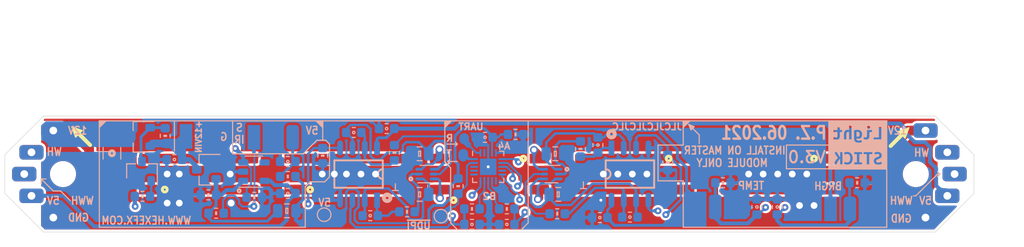
<source format=kicad_pcb>
(kicad_pcb (version 20171130) (host pcbnew 5.1.10-88a1d61d58~90~ubuntu20.04.1)
  (layers (0 F.Cu signal) (1 In1.Cu signal) (2 In2.Cu signal) (31 B.Cu signal) (34 B.Paste user) (35 F.Paste user) (36 B.SilkS user) (37 F.SilkS user) (38 B.Mask user) (39 F.Mask user) (44 Edge.Cuts user))
  (net 0 "")
  (net 1 "Net-(C1-Pad1)")
  (net 2 "Net-(C1-Pad2)")
  (net 3 GND)
  (net 4 "Net-(C3-Pad1)")
  (net 5 "Net-(C3-Pad2)")
  (net 6 +5V)
  (net 7 +12V)
  (net 8 "Net-(C8-Pad1)")
  (net 9 "Net-(C8-Pad2)")
  (net 10 "Net-(C9-Pad1)")
  (net 11 "Net-(C9-Pad2)")
  (net 12 "Net-(D1-Pad3)")
  (net 13 "Net-(D1-Pad1)")
  (net 14 "Net-(D2-Pad3)")
  (net 15 "Net-(D2-Pad1)")
  (net 16 "Net-(D3-Pad3)")
  (net 17 "Net-(D3-Pad1)")
  (net 18 "Net-(D4-Pad3)")
  (net 19 "Net-(D4-Pad1)")
  (net 20 "Net-(D5-Pad3)")
  (net 21 "Net-(D5-Pad1)")
  (net 22 "Net-(D6-Pad3)")
  (net 23 "Net-(D6-Pad1)")
  (net 24 /WWHITE_LVL)
  (net 25 /WHITE_LVL)
  (net 26 "Net-(Q1-Pad2)")
  (net 27 "Net-(Q1-Pad5)")
  (net 28 "Net-(Q2-Pad2)")
  (net 29 "Net-(Q2-Pad5)")
  (net 30 /~UDPI)
  (net 31 /WO1_WHITE)
  (net 32 /VIN)
  (net 33 "Net-(C15-Pad1)")
  (net 34 /WO0_WWHITE)
  (net 35 /IRDA_RX)
  (net 36 "Net-(U6-Pad18)")
  (net 37 "Net-(U6-Pad17)")
  (net 38 "Net-(U6-Pad16)")
  (net 39 "Net-(U6-Pad9)")
  (net 40 "Net-(U6-Pad2)")
  (net 41 /AIN7_BRIGHT)
  (net 42 /AIN6_COLORTEMP)
  (net 43 /5VAUX)
  (net 44 "Net-(IC1-Pad4)")
  (net 45 /5V_EN)
  (net 46 "Net-(Q3-Pad1)")
  (net 47 "Net-(Q4-Pad1)")
  (net 48 /PWR12)
  (net 49 /5V_MCU)
  (net 50 /PA2)
  (net 51 /PA4)
  (net 52 /PA1)
  (net 53 "Net-(U6-Pad11)")
  (net 54 /PB2)
  (module H_smd_passives:Hx_R_0603_1608Metric (layer B.Cu) (at 92.7 52.4)
    (fp_text reference R1 hide)
    (fp_text value 10k)
    (pad 1 smd roundrect (at -0.7875 0) (size 0.875 0.95) (layers B.Cu B.Paste B.Mask) (net 49 /5V_MCU))
    (pad 2 smd roundrect (at 0.7875 0) (size 0.875 0.95) (layers B.Cu B.Paste B.Mask) (net 51 /PA4))
  )
  (module label (layer B.Cu) (at 128 53.5 180)
    (fp_text reference svg2mod hide)
    (fp_text value G*** hide)
  )
  (module H_soic:SOIC8 (layer B.Cu) (at 104.5 56.5 270)
    (fp_text reference U4 hide)
    (fp_text value MCP6002-xMS hide)
    (pad 8 smd oval (at 2.69748 1.905 270) (size 1.5494 0.59944) (layers B.Cu B.Paste B.Mask) (net 43 /5VAUX))
    (pad 7 smd oval (at 2.69748 0.635 270) (size 1.5494 0.59944) (layers B.Cu B.Paste B.Mask) (net 10 "Net-(C9-Pad1)"))
    (pad 6 smd oval (at 2.69748 -0.635 270) (size 1.5494 0.59944) (layers B.Cu B.Paste B.Mask) (net 11 "Net-(C9-Pad2)"))
    (pad 5 smd oval (at 2.69748 -1.905 270) (size 1.5494 0.59944) (layers B.Cu B.Paste B.Mask) (net 25 /WHITE_LVL))
    (pad 4 smd oval (at -2.69748 -1.905 270) (size 1.5494 0.59944) (layers B.Cu B.Paste B.Mask) (net 3 GND))
    (pad 3 smd oval (at -2.69748 -0.635 270) (size 1.5494 0.59944) (layers B.Cu B.Paste B.Mask) (net 24 /WWHITE_LVL))
    (pad 2 smd oval (at -2.69748 0.635 270) (size 1.5494 0.59944) (layers B.Cu B.Paste B.Mask) (net 9 "Net-(C8-Pad2)"))
    (pad 1 smd rect (at -2.69748 1.905 270) (size 1.5494 0.59944) (layers B.Cu B.Paste B.Mask) (net 8 "Net-(C8-Pad1)"))
  )
  (module TestPoint:TestPoint_Pad_D1.0mm (layer B.Cu) (at 87.3 54.55)
    (fp_text reference J17 hide)
    (fp_text value Conn_01x01)
    (pad 1 smd oval (at 0 0) (size 1 1.3) (layers B.Cu B.Mask) (net 52 /PA1))
  )
  (module TestPoint:TestPoint_Pad_D1.0mm (layer B.Cu) (at 91.55 58.7)
    (fp_text reference J19 hide)
    (fp_text value Conn_01x01)
    (pad 1 smd circle (at 0 0) (size 1 1) (layers B.Cu B.Mask) (net 54 /PB2))
  )
  (module TestPoint:TestPoint_Pad_D1.0mm (layer B.Cu) (at 93 53.8 90)
    (fp_text reference J15 hide)
    (fp_text value Conn_01x01)
    (pad 1 smd oval (at 0 0 90) (size 1 1.3) (layers B.Cu B.Mask) (net 51 /PA4))
  )
  (module TestPoint:TestPoint_Pad_D1.0mm (layer B.Cu) (at 87.4 52.85)
    (fp_text reference J16 hide)
    (fp_text value Conn_01x01)
    (pad 1 smd oval (at 0 0) (size 1 1.15) (layers B.Cu B.Mask) (net 50 /PA2))
  )
  (module TestPoint:TestPoint_Pad_D1.0mm (layer B.Cu) (at 72.95 60.7)
    (fp_text reference J18 hide)
    (fp_text value Conn_01x01)
    (pad 1 smd circle (at 0 0) (size 1 1) (layers B.Cu B.Mask) (net 49 /5V_MCU))
  )
  (module H_SOT:SOT-23-5 (layer B.Cu) (at 65.7 56.25)
    (fp_text reference IC1 hide)
    (fp_text value MIC2091)
    (pad 5 smd roundrect (at 1.1 0.95) (size 1.06 0.65) (layers B.Cu B.Paste B.Mask) (net 43 /5VAUX))
    (pad 4 smd roundrect (at 1.1 -0.95) (size 1.06 0.65) (layers B.Cu B.Paste B.Mask) (net 44 "Net-(IC1-Pad4)"))
    (pad 3 smd roundrect (at -1.1 -0.95) (size 1.06 0.65) (layers B.Cu B.Paste B.Mask) (net 45 /5V_EN))
    (pad 2 smd roundrect (at -1.1 0) (size 1.06 0.65) (layers B.Cu B.Paste B.Mask) (net 3 GND))
    (pad 1 smd roundrect (at -1.1 0.95) (size 1.06 0.65) (layers B.Cu B.Paste B.Mask) (net 6 +5V))
  )
  (module H_smd_passives:Hx_R_0805_2012Metric (layer B.Cu) (at 69.1 60.3)
    (fp_text reference R23 hide)
    (fp_text value 0R)
    (pad 1 smd roundrect (at -0.9375 0) (size 0.975 1.4) (layers B.Cu B.Paste B.Mask) (net 6 +5V))
    (pad 2 smd roundrect (at 0.9375 0) (size 0.975 1.4) (layers B.Cu B.Paste B.Mask) (net 49 /5V_MCU))
  )
  (module H_smd_passives:Hx_R_0603_1608Metric (layer B.Cu) (at 114.1 57.4 180)
    (fp_text reference R22 hide)
    (fp_text value 2M2)
    (pad 1 smd roundrect (at -0.7875 0 180) (size 0.875 0.95) (layers B.Cu B.Paste B.Mask) (net 3 GND))
    (pad 2 smd roundrect (at 0.7875 0 180) (size 0.875 0.95) (layers B.Cu B.Paste B.Mask) (net 42 /AIN6_COLORTEMP))
  )
  (module H_smd_passives:Hx_R_0603_1608Metric (layer B.Cu) (at 127.95 57.4 180)
    (fp_text reference R21 hide)
    (fp_text value 2M2)
    (pad 1 smd roundrect (at -0.7875 0 180) (size 0.875 0.95) (layers B.Cu B.Paste B.Mask) (net 3 GND))
    (pad 2 smd roundrect (at 0.7875 0 180) (size 0.875 0.95) (layers B.Cu B.Paste B.Mask) (net 41 /AIN7_BRIGHT))
  )
  (module H_smd_passives:Hx_R_0603_1608Metric (layer B.Cu) (at 54.2 58.8 180)
    (fp_text reference R20 hide)
    (fp_text value 4k7)
    (pad 1 smd roundrect (at -0.7875 0 180) (size 0.875 0.95) (layers B.Cu B.Paste B.Mask) (net 47 "Net-(Q4-Pad1)"))
    (pad 2 smd roundrect (at 0.7875 0 180) (size 0.875 0.95) (layers B.Cu B.Paste B.Mask) (net 48 /PWR12))
  )
  (module H_smd_passives:Hx_R_0603_1608Metric (layer B.Cu) (at 65.7375 58.9)
    (fp_text reference R19 hide)
    (fp_text value 100k)
    (pad 1 smd roundrect (at -0.7875 0) (size 0.875 0.95) (layers B.Cu B.Paste B.Mask) (net 45 /5V_EN))
    (pad 2 smd roundrect (at 0.7875 0) (size 0.875 0.95) (layers B.Cu B.Paste B.Mask) (net 3 GND))
  )
  (module H_smd_passives:Hx_R_0603_1608Metric (layer B.Cu) (at 61.8 60.55)
    (fp_text reference R18 hide)
    (fp_text value 10k)
    (pad 1 smd roundrect (at -0.7875 0) (size 0.875 0.95) (layers B.Cu B.Paste B.Mask) (net 6 +5V))
    (pad 2 smd roundrect (at 0.7875 0) (size 0.875 0.95) (layers B.Cu B.Paste B.Mask) (net 35 /IRDA_RX))
  )
  (module H_SOT:SOT-23 (layer B.Cu) (at 54.15 56.2 90)
    (fp_text reference Q4 hide)
    (fp_text value BC847)
    (pad 1 smd roundrect (at -1 0.95 90) (size 1 0.8) (layers B.Cu B.Paste B.Mask) (net 47 "Net-(Q4-Pad1)"))
    (pad 2 smd roundrect (at -1 -0.95 90) (size 1 0.8) (layers B.Cu B.Paste B.Mask) (net 3 GND))
    (pad 3 smd roundrect (at 1 0 90) (size 1 0.8) (layers B.Cu B.Paste B.Mask) (net 46 "Net-(Q3-Pad1)"))
  )
  (module H_SOT:SOT-23 (layer B.Cu) (at 54 52.65 180)
    (fp_text reference Q3 hide)
    (fp_text value SSM3J334R)
    (pad 1 smd roundrect (at -1 0.95 180) (size 1 0.8) (layers B.Cu B.Paste B.Mask) (net 46 "Net-(Q3-Pad1)"))
    (pad 2 smd roundrect (at -1 -0.95 180) (size 1 0.8) (layers B.Cu B.Paste B.Mask) (net 32 /VIN))
    (pad 3 smd roundrect (at 1 0 180) (size 1 0.8) (layers B.Cu B.Paste B.Mask) (net 7 +12V))
  )
  (module H_smd_passives:Hx_C_0603_1608Metric (layer B.Cu) (at 69.2 58.5)
    (fp_text reference C16 hide)
    (fp_text value 10u)
    (pad 1 smd roundrect (at -0.7875 0) (size 0.875 0.95) (layers B.Cu B.Paste B.Mask) (net 3 GND))
    (pad 2 smd roundrect (at 0.7875 0) (size 0.875 0.95) (layers B.Cu B.Paste B.Mask) (net 43 /5VAUX))
  )
  (module H_smd_passives:Hx_R_0603_1608Metric (layer B.Cu) (at 86.775 57.75 270)
    (fp_text reference R17 hide)
    (fp_text value 10k)
    (pad 1 smd roundrect (at -0.7875 0 270) (size 0.875 0.95) (layers B.Cu B.Paste B.Mask) (net 49 /5V_MCU))
    (pad 2 smd roundrect (at 0.7875 0 270) (size 0.875 0.95) (layers B.Cu B.Paste B.Mask) (net 30 /~UDPI))
  )
  (module Package_DFN_QFN:VQFN-20-1EP_3x3mm_P0.4mm_EP1.7x1.7mm (layer B.Cu) (at 89.875 55.75 270)
    (fp_text reference U6 hide)
    (fp_text value ATtiny806-M)
    (pad 1 smd custom (at -1.45 0.8 270) (size 0.143431 0.143431) (layers B.Cu B.Paste B.Mask) (net 50 /PA2) (options (clearance outline) (anchor circle)) (primitives (gr_poly (pts (xy -0.35 0.05) (xy 0.299289 0.05) (xy 0.35 -0.000711) (xy 0.35 -0.05) (xy -0.35 -0.05)) (width 0.1))))
    (pad 2 smd roundrect (at -1.45 0.4 270) (size 0.8 0.2) (layers B.Cu B.Paste B.Mask) (net 40 "Net-(U6-Pad2)"))
    (pad 3 smd roundrect (at -1.45 0 270) (size 0.8 0.2) (layers B.Cu B.Paste B.Mask) (net 3 GND))
    (pad 4 smd roundrect (at -1.45 -0.4 270) (size 0.8 0.2) (layers B.Cu B.Paste B.Mask) (net 49 /5V_MCU))
    (pad 5 smd custom (at -1.45 -0.8 270) (size 0.143431 0.143431) (layers B.Cu B.Paste B.Mask) (net 51 /PA4) (options (clearance outline) (anchor circle)) (primitives (gr_poly (pts (xy -0.35 0.05) (xy 0.35 0.05) (xy 0.35 0.000711) (xy 0.299289 -0.05) (xy -0.35 -0.05)) (width 0.1))))
    (pad 6 smd custom (at -0.8 -1.45 270) (size 0.143431 0.143431) (layers B.Cu B.Paste B.Mask) (net 45 /5V_EN) (options (clearance outline) (anchor circle)) (primitives (gr_poly (pts (xy -0.05 0.299289) (xy 0.000711 0.35) (xy 0.05 0.35) (xy 0.05 -0.35) (xy -0.05 -0.35)) (width 0.1))))
    (pad 7 smd roundrect (at -0.4 -1.45 270) (size 0.2 0.8) (layers B.Cu B.Paste B.Mask) (net 42 /AIN6_COLORTEMP))
    (pad 8 smd roundrect (at 0 -1.45 270) (size 0.2 0.8) (layers B.Cu B.Paste B.Mask) (net 41 /AIN7_BRIGHT))
    (pad 9 smd roundrect (at 0.4 -1.45 270) (size 0.2 0.8) (layers B.Cu B.Paste B.Mask) (net 39 "Net-(U6-Pad9)"))
    (pad 10 smd custom (at 0.8 -1.45 270) (size 0.143431 0.143431) (layers B.Cu B.Paste B.Mask) (net 35 /IRDA_RX) (options (clearance outline) (anchor circle)) (primitives (gr_poly (pts (xy -0.05 0.35) (xy -0.000711 0.35) (xy 0.05 0.299289) (xy 0.05 -0.35) (xy -0.05 -0.35)) (width 0.1))))
    (pad 11 smd custom (at 1.45 -0.8 270) (size 0.143431 0.143431) (layers B.Cu B.Paste B.Mask) (net 53 "Net-(U6-Pad11)") (options (clearance outline) (anchor circle)) (primitives (gr_poly (pts (xy -0.35 0.05) (xy 0.35 0.05) (xy 0.35 -0.05) (xy -0.299289 -0.05) (xy -0.35 0.000711)) (width 0.1))))
    (pad 12 smd roundrect (at 1.45 -0.4 270) (size 0.8 0.2) (layers B.Cu B.Paste B.Mask) (net 54 /PB2))
    (pad 13 smd roundrect (at 1.45 0 270) (size 0.8 0.2) (layers B.Cu B.Paste B.Mask) (net 31 /WO1_WHITE))
    (pad 14 smd roundrect (at 1.45 0.4 270) (size 0.8 0.2) (layers B.Cu B.Paste B.Mask) (net 34 /WO0_WWHITE))
    (pad 15 smd custom (at 1.45 0.8 270) (size 0.143431 0.143431) (layers B.Cu B.Paste B.Mask) (net 48 /PWR12) (options (clearance outline) (anchor circle)) (primitives (gr_poly (pts (xy -0.35 -0.000711) (xy -0.299289 0.05) (xy 0.35 0.05) (xy 0.35 -0.05) (xy -0.35 -0.05)) (width 0.1))))
    (pad 16 smd custom (at 0.8 1.45 270) (size 0.143431 0.143431) (layers B.Cu B.Paste B.Mask) (net 38 "Net-(U6-Pad16)") (options (clearance outline) (anchor circle)) (primitives (gr_poly (pts (xy -0.05 0.35) (xy 0.05 0.35) (xy 0.05 -0.299289) (xy -0.000711 -0.35) (xy -0.05 -0.35)) (width 0.1))))
    (pad 17 smd roundrect (at 0.4 1.45 270) (size 0.2 0.8) (layers B.Cu B.Paste B.Mask) (net 37 "Net-(U6-Pad17)"))
    (pad 18 smd roundrect (at 0 1.45 270) (size 0.2 0.8) (layers B.Cu B.Paste B.Mask) (net 36 "Net-(U6-Pad18)"))
    (pad 19 smd roundrect (at -0.4 1.45 270) (size 0.2 0.8) (layers B.Cu B.Paste B.Mask) (net 30 /~UDPI))
    (pad 20 smd custom (at -0.8 1.45 270) (size 0.143431 0.143431) (layers B.Cu B.Paste B.Mask) (net 52 /PA1) (options (clearance outline) (anchor circle)) (primitives (gr_poly (pts (xy -0.05 0.35) (xy 0.05 0.35) (xy 0.05 -0.35) (xy 0.000711 -0.35) (xy -0.05 -0.299289)) (width 0.1))))
    (pad 21 smd rect (at 0 0 270) (size 1.7 1.7) (layers B.Cu B.Mask) (net 3 GND))
  )
  (module H_SOT:SOT-563 (layer B.Cu) (at 83.5 56.5)
    (fp_text reference Q1 hide)
    (fp_text value DMG1024UV_SOT563 hide)
    (pad 1 smd roundrect (at -0.75 0.5) (size 0.8 0.3) (layers B.Cu B.Paste B.Mask) (roundrect_rratio 0.45) (net 2 "Net-(C1-Pad2)"))
    (pad 3 smd roundrect (at -0.75 -0.5) (size 0.8 0.3) (layers B.Cu B.Paste B.Mask) (roundrect_rratio 0.45) (net 16 "Net-(D3-Pad3)"))
    (pad 6 smd roundrect (at 0.75 0.5) (size 0.8 0.3) (layers B.Cu B.Paste B.Mask) (roundrect_rratio 0.45) (net 17 "Net-(D3-Pad1)"))
    (pad 2 smd roundrect (at -0.75 0) (size 0.8 0.3) (layers B.Cu B.Paste B.Mask) (roundrect_rratio 0.45) (net 26 "Net-(Q1-Pad2)"))
    (pad 4 smd roundrect (at 0.75 -0.5) (size 0.8 0.3) (layers B.Cu B.Paste B.Mask) (roundrect_rratio 0.45) (net 5 "Net-(C3-Pad2)"))
    (pad 5 smd roundrect (at 0.75 0) (size 0.8 0.3) (layers B.Cu B.Paste B.Mask) (roundrect_rratio 0.45) (net 27 "Net-(Q1-Pad5)"))
  )
  (module H_SOT:SOT-563 (layer B.Cu) (at 96.4 56.5 180)
    (fp_text reference Q2 hide)
    (fp_text value DMG1024UV_SOT563 hide)
    (pad 1 smd roundrect (at -0.75 0.5 180) (size 0.8 0.3) (layers B.Cu B.Paste B.Mask) (roundrect_rratio 0.45) (net 9 "Net-(C8-Pad2)"))
    (pad 3 smd roundrect (at -0.75 -0.5 180) (size 0.8 0.3) (layers B.Cu B.Paste B.Mask) (roundrect_rratio 0.45) (net 22 "Net-(D6-Pad3)"))
    (pad 6 smd roundrect (at 0.75 0.5 180) (size 0.8 0.3) (layers B.Cu B.Paste B.Mask) (roundrect_rratio 0.45) (net 23 "Net-(D6-Pad1)"))
    (pad 2 smd roundrect (at -0.75 0 180) (size 0.8 0.3) (layers B.Cu B.Paste B.Mask) (roundrect_rratio 0.45) (net 28 "Net-(Q2-Pad2)"))
    (pad 4 smd roundrect (at 0.75 -0.5 180) (size 0.8 0.3) (layers B.Cu B.Paste B.Mask) (roundrect_rratio 0.45) (net 11 "Net-(C9-Pad2)"))
    (pad 5 smd roundrect (at 0.75 0 180) (size 0.8 0.3) (layers B.Cu B.Paste B.Mask) (roundrect_rratio 0.45) (net 29 "Net-(Q2-Pad5)"))
  )
  (module H_smd_passives:Hx_R_0603_1608Metric (layer B.Cu) (at 69.2 56.75)
    (fp_text reference R16 hide)
    (fp_text value 100R)
    (pad 1 smd roundrect (at -0.7875 0) (size 0.875 0.95) (layers B.Cu B.Paste B.Mask) (net 33 "Net-(C15-Pad1)"))
    (pad 2 smd roundrect (at 0.7875 0) (size 0.875 0.95) (layers B.Cu B.Paste B.Mask) (net 49 /5V_MCU))
  )
  (module H_smd_passives:Hx_C_1206_3216Metric (layer B.Cu) (at 51.05 54.35 90)
    (fp_text reference C14 hide)
    (fp_text value 10u)
    (pad 1 smd roundrect (at -1.4 0 90) (size 1.25 1.75) (layers B.Cu B.Paste B.Mask) (roundrect_rratio 0.2) (net 3 GND))
    (pad 2 smd roundrect (at 1.4 0 90) (size 1.25 1.75) (layers B.Cu B.Paste B.Mask) (roundrect_rratio 0.2) (net 7 +12V))
  )
  (module H_pin_headers:PinHeader_1x03_P2.00mm_SMDpads (layer B.Cu) (at 67.7 52.7)
    (fp_text reference U5 hide)
    (fp_text value TSDP341xx)
    (pad 3 smd roundrect (at 2 0) (size 1.3 2.54) (layers B.Cu B.Paste B.Mask) (net 33 "Net-(C15-Pad1)"))
    (pad 2 smd roundrect (at 0 0) (size 1.3 2.54) (layers B.Cu B.Paste B.Mask) (net 3 GND))
    (pad 1 smd rect (at -2 0) (size 1.3 2.54) (layers B.Cu B.Paste B.Mask) (net 35 /IRDA_RX))
  )
  (module H_smd_passives:Hx_C_0603_1608Metric (layer B.Cu) (at 69.2 55.2 180)
    (fp_text reference C15 hide)
    (fp_text value 1u)
    (pad 1 smd roundrect (at -0.7875 0 180) (size 0.875 0.95) (layers B.Cu B.Paste B.Mask) (net 33 "Net-(C15-Pad1)"))
    (pad 2 smd roundrect (at 0.7875 0 180) (size 0.875 0.95) (layers B.Cu B.Paste B.Mask) (net 3 GND))
  )
  (module H_LEDs:LED_HighCRI_WhiteWarmWhite_5.0x5.0mm_P1.0mm (layer F.Cu) (at 127.5 56.5)
    (fp_text reference D4 hide)
    (fp_text value 5054_HighCRI_DualWLED hide)
    (pad 5 smd roundrect (at 0 0) (size 1.74 5) (layers F.Cu F.Paste F.Mask) (roundrect_rratio 0.05) (net 3 GND))
    (pad 4 smd roundrect (at 2.35 1.6) (size 2 1) (layers F.Cu F.Paste F.Mask) (roundrect_rratio 0.15) (net 7 +12V))
    (pad 5 smd rect (at 2 0) (size 2.8 1) (layers F.Cu F.Paste F.Mask) (net 3 GND))
    (pad 6 smd roundrect (at 2.35 -1.6) (size 2 1) (layers F.Cu F.Paste F.Mask) (roundrect_rratio 0.15) (net 7 +12V))
    (pad 3 smd roundrect (at -2.35 1.6) (size 2 1) (layers F.Cu F.Paste F.Mask) (roundrect_rratio 0.15) (net 18 "Net-(D4-Pad3)"))
    (pad 2 smd roundrect (at -2.4 0) (size 2 1) (layers F.Cu F.Paste F.Mask) (roundrect_rratio 0.15) (net 3 GND))
    (pad 1 smd rect (at -2.35 -1.6) (size 2 1) (layers F.Cu F.Paste F.Mask) (net 19 "Net-(D4-Pad1)"))
  )
  (module H_LEDs:LED_HighCRI_WhiteWarmWhite_5.0x5.0mm_P1.0mm (layer F.Cu) (at 112.5 56.5)
    (fp_text reference D5 hide)
    (fp_text value 5054_HighCRI_DualWLED hide)
    (pad 5 smd roundrect (at 0 0) (size 1.74 5) (layers F.Cu F.Paste F.Mask) (roundrect_rratio 0.05) (net 3 GND))
    (pad 4 smd roundrect (at 2.35 1.6) (size 2 1) (layers F.Cu F.Paste F.Mask) (roundrect_rratio 0.15) (net 18 "Net-(D4-Pad3)"))
    (pad 5 smd rect (at 2 0) (size 2.8 1) (layers F.Cu F.Paste F.Mask) (net 3 GND))
    (pad 6 smd roundrect (at 2.35 -1.6) (size 2 1) (layers F.Cu F.Paste F.Mask) (roundrect_rratio 0.15) (net 19 "Net-(D4-Pad1)"))
    (pad 3 smd roundrect (at -2.35 1.6) (size 2 1) (layers F.Cu F.Paste F.Mask) (roundrect_rratio 0.15) (net 20 "Net-(D5-Pad3)"))
    (pad 2 smd roundrect (at -2.4 0) (size 2 1) (layers F.Cu F.Paste F.Mask) (roundrect_rratio 0.15) (net 3 GND))
    (pad 1 smd rect (at -2.35 -1.6) (size 2 1) (layers F.Cu F.Paste F.Mask) (net 21 "Net-(D5-Pad1)"))
  )
  (module H_LEDs:LED_HighCRI_WhiteWarmWhite_5.0x5.0mm_P1.0mm (layer F.Cu) (at 82.5 56.5 180)
    (fp_text reference D3 hide)
    (fp_text value 5054_HighCRI_DualWLED hide)
    (pad 5 smd roundrect (at 0 0 180) (size 1.74 5) (layers F.Cu F.Paste F.Mask) (roundrect_rratio 0.05) (net 3 GND))
    (pad 4 smd roundrect (at 2.35 1.6 180) (size 2 1) (layers F.Cu F.Paste F.Mask) (roundrect_rratio 0.15) (net 14 "Net-(D2-Pad3)"))
    (pad 5 smd rect (at 2 0 180) (size 2.8 1) (layers F.Cu F.Paste F.Mask) (net 3 GND))
    (pad 6 smd roundrect (at 2.35 -1.6 180) (size 2 1) (layers F.Cu F.Paste F.Mask) (roundrect_rratio 0.15) (net 15 "Net-(D2-Pad1)"))
    (pad 3 smd roundrect (at -2.35 1.6 180) (size 2 1) (layers F.Cu F.Paste F.Mask) (roundrect_rratio 0.15) (net 16 "Net-(D3-Pad3)"))
    (pad 2 smd roundrect (at -2.4 0 180) (size 2 1) (layers F.Cu F.Paste F.Mask) (roundrect_rratio 0.15) (net 3 GND))
    (pad 1 smd rect (at -2.35 -1.6 180) (size 2 1) (layers F.Cu F.Paste F.Mask) (net 17 "Net-(D3-Pad1)"))
  )
  (module H_LEDs:LED_HighCRI_WhiteWarmWhite_5.0x5.0mm_P1.0mm (layer F.Cu) (at 67.5 56.5 180)
    (fp_text reference D2 hide)
    (fp_text value 5054_HighCRI_DualWLED hide)
    (pad 5 smd roundrect (at 0 0 180) (size 1.74 5) (layers F.Cu F.Paste F.Mask) (roundrect_rratio 0.05) (net 3 GND))
    (pad 4 smd roundrect (at 2.35 1.6 180) (size 2 1) (layers F.Cu F.Paste F.Mask) (roundrect_rratio 0.15) (net 12 "Net-(D1-Pad3)"))
    (pad 5 smd rect (at 2 0 180) (size 2.8 1) (layers F.Cu F.Paste F.Mask) (net 3 GND))
    (pad 6 smd roundrect (at 2.35 -1.6 180) (size 2 1) (layers F.Cu F.Paste F.Mask) (roundrect_rratio 0.15) (net 13 "Net-(D1-Pad1)"))
    (pad 3 smd roundrect (at -2.35 1.6 180) (size 2 1) (layers F.Cu F.Paste F.Mask) (roundrect_rratio 0.15) (net 14 "Net-(D2-Pad3)"))
    (pad 2 smd roundrect (at -2.4 0 180) (size 2 1) (layers F.Cu F.Paste F.Mask) (roundrect_rratio 0.15) (net 3 GND))
    (pad 1 smd rect (at -2.35 -1.6 180) (size 2 1) (layers F.Cu F.Paste F.Mask) (net 15 "Net-(D2-Pad1)"))
  )
  (module H_LEDs:LED_HighCRI_WhiteWarmWhite_5.0x5.0mm_P1.0mm (layer F.Cu) (at 52.5 56.499999 180)
    (fp_text reference D1 hide)
    (fp_text value 5054_HighCRI_DualWLED hide)
    (pad 5 smd roundrect (at 0 0 180) (size 1.74 5) (layers F.Cu F.Paste F.Mask) (roundrect_rratio 0.05) (net 3 GND))
    (pad 4 smd roundrect (at 2.35 1.6 180) (size 2 1) (layers F.Cu F.Paste F.Mask) (roundrect_rratio 0.15) (net 7 +12V))
    (pad 5 smd rect (at 2 0 180) (size 2.8 1) (layers F.Cu F.Paste F.Mask) (net 3 GND))
    (pad 6 smd roundrect (at 2.35 -1.6 180) (size 2 1) (layers F.Cu F.Paste F.Mask) (roundrect_rratio 0.15) (net 7 +12V))
    (pad 3 smd roundrect (at -2.35 1.6 180) (size 2 1) (layers F.Cu F.Paste F.Mask) (roundrect_rratio 0.15) (net 12 "Net-(D1-Pad3)"))
    (pad 2 smd roundrect (at -2.4 0 180) (size 2 1) (layers F.Cu F.Paste F.Mask) (roundrect_rratio 0.15) (net 3 GND))
    (pad 1 smd rect (at -2.35 -1.6 180) (size 2 1) (layers F.Cu F.Paste F.Mask) (net 13 "Net-(D1-Pad1)"))
  )
  (module H_LEDs:LED_HighCRI_WhiteWarmWhite_5.0x5.0mm_P1.0mm (layer F.Cu) (at 97.5 56.5)
    (fp_text reference D6 hide)
    (fp_text value 5054_HighCRI_DualWLED hide)
    (pad 5 smd roundrect (at 0 0) (size 1.74 5) (layers F.Cu F.Paste F.Mask) (roundrect_rratio 0.05) (net 3 GND))
    (pad 4 smd roundrect (at 2.35 1.6) (size 2 1) (layers F.Cu F.Paste F.Mask) (roundrect_rratio 0.15) (net 20 "Net-(D5-Pad3)"))
    (pad 5 smd rect (at 2 0) (size 2.8 1) (layers F.Cu F.Paste F.Mask) (net 3 GND))
    (pad 6 smd roundrect (at 2.35 -1.6) (size 2 1) (layers F.Cu F.Paste F.Mask) (roundrect_rratio 0.15) (net 21 "Net-(D5-Pad1)"))
    (pad 3 smd roundrect (at -2.35 1.6) (size 2 1) (layers F.Cu F.Paste F.Mask) (roundrect_rratio 0.15) (net 22 "Net-(D6-Pad3)"))
    (pad 2 smd roundrect (at -2.4 0) (size 2 1) (layers F.Cu F.Paste F.Mask) (roundrect_rratio 0.15) (net 3 GND))
    (pad 1 smd rect (at -2.35 -1.6) (size 2 1) (layers F.Cu F.Paste F.Mask) (net 23 "Net-(D6-Pad1)"))
  )
  (module MountingHole:MountingHole_2.2mm_M2 (layer F.Cu) (at 134 56.5)
    (fp_text reference H2 hide)
    (fp_text value MountingHole hide)
    (pad 1 np_thru_hole circle (at 0 0) (size 2.2 2.2) (drill 2.2) (layers *.Cu *.Mask))
  )
  (module MountingHole:MountingHole_2.2mm_M2 (layer F.Cu) (at 46 56.5)
    (fp_text reference H1 hide)
    (fp_text value MountingHole hide)
    (pad 1 np_thru_hole circle (at 0 0) (size 2.2 2.2) (drill 2.2) (layers *.Cu *.Mask))
  )
  (module H_smd_passives:Hx_C_0603_1608Metric (layer B.Cu) (at 89.55 52.7)
    (fp_text reference C13 hide)
    (fp_text value 100n hide)
    (pad 1 smd roundrect (at -0.7875 0) (size 0.875 0.95) (layers B.Cu B.Paste B.Mask) (net 3 GND))
    (pad 2 smd roundrect (at 0.7875 0) (size 0.875 0.95) (layers B.Cu B.Paste B.Mask) (net 49 /5V_MCU))
  )
  (module H_smd_passives:Hx_R_0603_1608Metric (layer B.Cu) (at 56.55 52.55 90)
    (fp_text reference R6 hide)
    (fp_text value 100k hide)
    (pad 1 smd roundrect (at -0.7875 0 90) (size 0.875 0.95) (layers B.Cu B.Paste B.Mask) (net 32 /VIN))
    (pad 2 smd roundrect (at 0.7875 0 90) (size 0.875 0.95) (layers B.Cu B.Paste B.Mask) (net 46 "Net-(Q3-Pad1)"))
  )
  (module H_pin_headers:PinHeader_1x02_P2.54mm_SMDpads (layer B.Cu) (at 60 52.6)
    (fp_text reference J14 hide)
    (fp_text value Conn_01x02 hide)
    (pad 2 smd roundrect (at 1.23 0) (size 1.3 2.54) (layers B.Cu B.Paste B.Mask) (net 3 GND))
    (pad 1 smd rect (at -1.31 0) (size 1.3 2.54) (layers B.Cu B.Paste B.Mask) (net 32 /VIN))
  )
  (module H_smd_passives:Hx_C_0603_1608Metric (layer B.Cu) (at 101.4 61)
    (fp_text reference C10 hide)
    (fp_text value 100n hide)
    (pad 1 smd roundrect (at -0.7875 0) (size 0.875 0.95) (layers B.Cu B.Paste B.Mask) (net 3 GND))
    (pad 2 smd roundrect (at 0.7875 0) (size 0.875 0.95) (layers B.Cu B.Paste B.Mask) (net 43 /5VAUX))
  )
  (module H_smd_passives:Hx_C_0603_1608Metric (layer B.Cu) (at 104.5 60.95)
    (fp_text reference C9 hide)
    (fp_text value 22p hide)
    (pad 1 smd roundrect (at -0.7875 0) (size 0.875 0.95) (layers B.Cu B.Paste B.Mask) (net 10 "Net-(C9-Pad1)"))
    (pad 2 smd roundrect (at 0.7875 0) (size 0.875 0.95) (layers B.Cu B.Paste B.Mask) (net 11 "Net-(C9-Pad2)"))
  )
  (module H_smd_passives:Hx_C_0603_1608Metric (layer B.Cu) (at 101.2 53.5 90)
    (fp_text reference C8 hide)
    (fp_text value 22p hide)
    (pad 1 smd roundrect (at -0.7875 0 90) (size 0.875 0.95) (layers B.Cu B.Paste B.Mask) (net 8 "Net-(C8-Pad1)"))
    (pad 2 smd roundrect (at 0.7875 0 90) (size 0.875 0.95) (layers B.Cu B.Paste B.Mask) (net 9 "Net-(C8-Pad2)"))
  )
  (module H_smd_passives:Hx_C_0603_1608Metric (layer B.Cu) (at 79.4 51.8)
    (fp_text reference C5 hide)
    (fp_text value 100n hide)
    (pad 1 smd roundrect (at -0.7875 0) (size 0.875 0.95) (layers B.Cu B.Paste B.Mask) (net 3 GND))
    (pad 2 smd roundrect (at 0.7875 0) (size 0.875 0.95) (layers B.Cu B.Paste B.Mask) (net 43 /5VAUX))
  )
  (module H_smd_passives:Hx_C_0603_1608Metric (layer B.Cu) (at 76 52.2 180)
    (fp_text reference C3 hide)
    (fp_text value 22p hide)
    (pad 1 smd roundrect (at -0.7875 0 180) (size 0.875 0.95) (layers B.Cu B.Paste B.Mask) (net 4 "Net-(C3-Pad1)"))
    (pad 2 smd roundrect (at 0.7875 0 180) (size 0.875 0.95) (layers B.Cu B.Paste B.Mask) (net 5 "Net-(C3-Pad2)"))
  )
  (module H_smd_passives:Hx_C_0603_1608Metric (layer B.Cu) (at 77.7 60.8 180)
    (fp_text reference C1 hide)
    (fp_text value 22p hide)
    (pad 1 smd roundrect (at -0.7875 0 180) (size 0.875 0.95) (layers B.Cu B.Paste B.Mask) (net 1 "Net-(C1-Pad1)"))
    (pad 2 smd roundrect (at 0.7875 0 180) (size 0.875 0.95) (layers B.Cu B.Paste B.Mask) (net 2 "Net-(C1-Pad2)"))
  )
  (module H_smd_passives:Hx_C_0603_1608Metric (layer B.Cu) (at 119.7 59.9 90)
    (fp_text reference C4 hide)
    (fp_text value 100n hide)
    (pad 1 smd roundrect (at -0.7875 0 90) (size 0.875 0.95) (layers B.Cu B.Paste B.Mask) (net 41 /AIN7_BRIGHT))
    (pad 2 smd roundrect (at 0.7875 0 90) (size 0.875 0.95) (layers B.Cu B.Paste B.Mask) (net 3 GND))
  )
  (module H_smd_passives:Hx_C_0603_1608Metric (layer B.Cu) (at 117.6 59.9 90)
    (fp_text reference C2 hide)
    (fp_text value 100n hide)
    (pad 1 smd roundrect (at -0.7875 0 90) (size 0.875 0.95) (layers B.Cu B.Paste B.Mask) (net 42 /AIN6_COLORTEMP))
    (pad 2 smd roundrect (at 0.7875 0 90) (size 0.875 0.95) (layers B.Cu B.Paste B.Mask) (net 3 GND))
  )
  (module H_smd_passives:Hx_R_0805_2012Metric (layer B.Cu) (at 97.1 58.6)
    (fp_text reference R11 hide)
    (fp_text value 10R hide)
    (pad 1 smd roundrect (at -0.9375 0) (size 0.975 1.4) (layers B.Cu B.Paste B.Mask) (net 11 "Net-(C9-Pad2)"))
    (pad 2 smd roundrect (at 0.9375 0) (size 0.975 1.4) (layers B.Cu B.Paste B.Mask) (net 3 GND))
  )
  (module H_smd_passives:Hx_R_0805_2012Metric (layer B.Cu) (at 96.8 54.4)
    (fp_text reference R10 hide)
    (fp_text value 10R hide)
    (pad 1 smd roundrect (at -0.9375 0) (size 0.975 1.4) (layers B.Cu B.Paste B.Mask) (net 9 "Net-(C8-Pad2)"))
    (pad 2 smd roundrect (at 0.9375 0) (size 0.975 1.4) (layers B.Cu B.Paste B.Mask) (net 3 GND))
  )
  (module H_smd_passives:Hx_C_0603_1608Metric (layer B.Cu) (at 88.2 61.7)
    (fp_text reference C12 hide)
    (fp_text value 1u hide)
    (pad 1 smd roundrect (at -0.7875 0) (size 0.875 0.95) (layers B.Cu B.Paste B.Mask) (net 24 /WWHITE_LVL))
    (pad 2 smd roundrect (at 0.7875 0) (size 0.875 0.95) (layers B.Cu B.Paste B.Mask) (net 3 GND))
  )
  (module H_smd_passives:Hx_C_0603_1608Metric (layer B.Cu) (at 91.8 61.7 180)
    (fp_text reference C11 hide)
    (fp_text value 1u hide)
    (pad 1 smd roundrect (at -0.7875 0 180) (size 0.875 0.95) (layers B.Cu B.Paste B.Mask) (net 25 /WHITE_LVL))
    (pad 2 smd roundrect (at 0.7875 0 180) (size 0.875 0.95) (layers B.Cu B.Paste B.Mask) (net 3 GND))
  )
  (module TestPoint:TestPoint_Pad_D1.0mm (layer B.Cu) (at 85 60.85)
    (fp_text reference J13 hide)
    (fp_text value Conn_01x01 hide)
    (pad 1 smd circle (at 0 0) (size 1 1) (layers B.Cu B.Mask) (net 30 /~UDPI))
  )
  (module H_smd_passives:Hx_C_0603_1608Metric (layer B.Cu) (at 61 58.65 180)
    (fp_text reference C7 hide)
    (fp_text value 1u hide)
    (pad 1 smd roundrect (at -0.7875 0 180) (size 0.875 0.95) (layers B.Cu B.Paste B.Mask) (net 6 +5V))
    (pad 2 smd roundrect (at 0.7875 0 180) (size 0.875 0.95) (layers B.Cu B.Paste B.Mask) (net 3 GND))
  )
  (module H_smd_passives:Hx_C_0603_1608Metric (layer B.Cu) (at 57.5 55 180)
    (fp_text reference C6 hide)
    (fp_text value 1u hide)
    (pad 1 smd roundrect (at -0.7875 0 180) (size 0.875 0.95) (layers B.Cu B.Paste B.Mask) (net 32 /VIN))
    (pad 2 smd roundrect (at 0.7875 0 180) (size 0.875 0.95) (layers B.Cu B.Paste B.Mask) (net 3 GND))
  )
  (module H_SOT:SOT-23 (layer B.Cu) (at 60.8 56.05 180)
    (fp_text reference U3 hide)
    (fp_text value MCP1799T-5002H/TT hide)
    (pad 1 smd roundrect (at -1 0.95 180) (size 1 0.8) (layers B.Cu B.Paste B.Mask) (net 3 GND))
    (pad 2 smd roundrect (at -1 -0.95 180) (size 1 0.8) (layers B.Cu B.Paste B.Mask) (net 6 +5V))
    (pad 3 smd roundrect (at 1 0 180) (size 1 0.8) (layers B.Cu B.Paste B.Mask) (net 32 /VIN))
  )
  (module H_soic:SOIC8 (layer B.Cu) (at 76.5 56.5 90)
    (fp_text reference U1 hide)
    (fp_text value MCP6002-xMS hide)
    (pad 8 smd oval (at 2.69748 1.905 90) (size 1.5494 0.59944) (layers B.Cu B.Paste B.Mask) (net 43 /5VAUX))
    (pad 7 smd oval (at 2.69748 0.635 90) (size 1.5494 0.59944) (layers B.Cu B.Paste B.Mask) (net 4 "Net-(C3-Pad1)"))
    (pad 6 smd oval (at 2.69748 -0.635 90) (size 1.5494 0.59944) (layers B.Cu B.Paste B.Mask) (net 5 "Net-(C3-Pad2)"))
    (pad 5 smd oval (at 2.69748 -1.905 90) (size 1.5494 0.59944) (layers B.Cu B.Paste B.Mask) (net 25 /WHITE_LVL))
    (pad 4 smd oval (at -2.69748 -1.905 90) (size 1.5494 0.59944) (layers B.Cu B.Paste B.Mask) (net 3 GND))
    (pad 3 smd oval (at -2.69748 -0.635 90) (size 1.5494 0.59944) (layers B.Cu B.Paste B.Mask) (net 24 /WWHITE_LVL))
    (pad 2 smd oval (at -2.69748 0.635 90) (size 1.5494 0.59944) (layers B.Cu B.Paste B.Mask) (net 2 "Net-(C1-Pad2)"))
    (pad 1 smd rect (at -2.69748 1.905 90) (size 1.5494 0.59944) (layers B.Cu B.Paste B.Mask) (net 1 "Net-(C1-Pad1)"))
  )
  (module H_smd_passives:Hx_R_0805_2012Metric (layer B.Cu) (at 82.8 54.4 180)
    (fp_text reference R4 hide)
    (fp_text value 10R hide)
    (pad 1 smd roundrect (at -0.9375 0 180) (size 0.975 1.4) (layers B.Cu B.Paste B.Mask) (net 5 "Net-(C3-Pad2)"))
    (pad 2 smd roundrect (at 0.9375 0 180) (size 0.975 1.4) (layers B.Cu B.Paste B.Mask) (net 3 GND))
  )
  (module H_smd_passives:Hx_R_0805_2012Metric (layer B.Cu) (at 82.8 58.6 180)
    (fp_text reference R3 hide)
    (fp_text value 10R hide)
    (pad 1 smd roundrect (at -0.9375 0 180) (size 0.975 1.4) (layers B.Cu B.Paste B.Mask) (net 2 "Net-(C1-Pad2)"))
    (pad 2 smd roundrect (at 0.9375 0 180) (size 0.975 1.4) (layers B.Cu B.Paste B.Mask) (net 3 GND))
  )
  (module H_pin_headers:1x1_1.5x0.8_square (layer B.Cu) (at 138 56.5)
    (fp_text reference J12 hide)
    (fp_text value Conn_01x01 hide)
    (pad 1 thru_hole roundrect (at 0 0) (size 2.5 1.5) (drill 0.8) (layers *.Cu *.Mask) (net 24 /WWHITE_LVL))
  )
  (module H_pin_headers:1x1_1.5x0.8_square (layer B.Cu) (at 137.25 54.25)
    (fp_text reference J11 hide)
    (fp_text value Conn_01x01 hide)
    (pad 1 thru_hole roundrect (at 0 0) (size 2.5 1.5) (drill 0.8) (layers *.Cu *.Mask) (net 25 /WHITE_LVL))
  )
  (module H_pin_headers:1x1_1.5x0.8_square (layer B.Cu) (at 137.25 58.75)
    (fp_text reference J10 hide)
    (fp_text value Conn_01x01 hide)
    (pad 1 thru_hole roundrect (at 0 0) (size 2.5 1.5) (drill 0.8) (layers *.Cu *.Mask) (net 43 /5VAUX))
  )
  (module H_pin_headers:1x1_1.5x0.8_square (layer B.Cu) (at 135 52)
    (fp_text reference J9 hide)
    (fp_text value Conn_01x01 hide)
    (pad 1 thru_hole roundrect (at 0 0) (size 2.5 1.5) (drill 0.8) (layers *.Cu *.Mask) (net 7 +12V))
  )
  (module H_pin_headers:1x1_1.5x0.8_square (layer B.Cu) (at 135 61)
    (fp_text reference J8 hide)
    (fp_text value Conn_01x01 hide)
    (pad 1 thru_hole roundrect (at 0 0) (size 2.5 1.5) (drill 0.8) (layers *.Cu *.Mask) (net 3 GND))
  )
  (module H_pin_headers:1x1_1.5x0.8_square (layer B.Cu) (at 45 61)
    (fp_text reference J7 hide)
    (fp_text value Conn_01x01 hide)
    (pad 1 thru_hole roundrect (at 0 0) (size 2.5 1.5) (drill 0.8) (layers *.Cu *.Mask) (net 3 GND))
  )
  (module H_pin_headers:1x1_1.5x0.8_square (layer B.Cu) (at 45 52)
    (fp_text reference J6 hide)
    (fp_text value Conn_01x01 hide)
    (pad 1 thru_hole roundrect (at 0 0) (size 2.5 1.5) (drill 0.8) (layers *.Cu *.Mask) (net 7 +12V))
  )
  (module H_pin_headers:1x1_1.5x0.8_square (layer B.Cu) (at 42.75 58.75)
    (fp_text reference J5 hide)
    (fp_text value Conn_01x01 hide)
    (pad 1 thru_hole roundrect (at 0 0) (size 2.5 1.5) (drill 0.8) (layers *.Cu *.Mask) (net 43 /5VAUX))
  )
  (module H_pin_headers:1x1_1.5x0.8_square (layer B.Cu) (at 42.75 54.25)
    (fp_text reference J4 hide)
    (fp_text value Conn_01x01 hide)
    (pad 1 thru_hole roundrect (at 0 0) (size 2.5 1.5) (drill 0.8) (layers *.Cu *.Mask) (net 25 /WHITE_LVL))
  )
  (module H_pin_headers:1x1_1.5x0.8_square (layer B.Cu) (at 42 56.5)
    (fp_text reference J1 hide)
    (fp_text value Conn_01x01 hide)
    (pad 1 thru_hole roundrect (at 0 0) (size 2.5 1.5) (drill 0.8) (layers *.Cu *.Mask) (net 24 /WWHITE_LVL))
  )
  (module H_smd_passives:Hx_R_0603_1608Metric (layer B.Cu) (at 88.2 60.1)
    (fp_text reference R15 hide)
    (fp_text value 100k hide)
    (pad 1 smd roundrect (at -0.7875 0) (size 0.875 0.95) (layers B.Cu B.Paste B.Mask) (net 24 /WWHITE_LVL))
    (pad 2 smd roundrect (at 0.7875 0) (size 0.875 0.95) (layers B.Cu B.Paste B.Mask) (net 34 /WO0_WWHITE))
  )
  (module H_smd_passives:Hx_R_0603_1608Metric (layer B.Cu) (at 91.8 60.1 180)
    (fp_text reference R14 hide)
    (fp_text value 100k hide)
    (pad 1 smd roundrect (at -0.7875 0 180) (size 0.875 0.95) (layers B.Cu B.Paste B.Mask) (net 25 /WHITE_LVL))
    (pad 2 smd roundrect (at 0.7875 0 180) (size 0.875 0.95) (layers B.Cu B.Paste B.Mask) (net 31 /WO1_WHITE))
  )
  (module H_smd_passives:Hx_R_0603_1608Metric (layer B.Cu) (at 97 60.6 180)
    (fp_text reference R12 hide)
    (fp_text value 470R hide)
    (pad 1 smd roundrect (at -0.7875 0 180) (size 0.875 0.95) (layers B.Cu B.Paste B.Mask) (net 10 "Net-(C9-Pad1)"))
    (pad 2 smd roundrect (at 0.7875 0 180) (size 0.875 0.95) (layers B.Cu B.Paste B.Mask) (net 29 "Net-(Q2-Pad5)"))
  )
  (module H_smd_passives:Hx_R_0603_1608Metric (layer B.Cu) (at 99.4 53.9 270)
    (fp_text reference R9 hide)
    (fp_text value 470R hide)
    (pad 1 smd roundrect (at -0.7875 0 270) (size 0.875 0.95) (layers B.Cu B.Paste B.Mask) (net 28 "Net-(Q2-Pad2)"))
    (pad 2 smd roundrect (at 0.7875 0 270) (size 0.875 0.95) (layers B.Cu B.Paste B.Mask) (net 8 "Net-(C8-Pad1)"))
  )
  (module H_smd_passives:Hx_R_0603_1608Metric (layer B.Cu) (at 108.4 55.3 270)
    (fp_text reference R8 hide)
    (fp_text value 18k hide)
    (pad 1 smd roundrect (at -0.7875 0 270) (size 0.875 0.95) (layers B.Cu B.Paste B.Mask) (net 24 /WWHITE_LVL))
    (pad 2 smd roundrect (at 0.7875 0 270) (size 0.875 0.95) (layers B.Cu B.Paste B.Mask) (net 3 GND))
  )
  (module H_smd_passives:Hx_R_0603_1608Metric (layer B.Cu) (at 72.8 54.6 270)
    (fp_text reference R7 hide)
    (fp_text value 18k hide)
    (pad 1 smd roundrect (at -0.7875 0 270) (size 0.875 0.95) (layers B.Cu B.Paste B.Mask) (net 25 /WHITE_LVL))
    (pad 2 smd roundrect (at 0.7875 0 270) (size 0.875 0.95) (layers B.Cu B.Paste B.Mask) (net 3 GND))
  )
  (module H_smd_passives:Hx_R_0603_1608Metric (layer B.Cu) (at 80.2 54.3 90)
    (fp_text reference R5 hide)
    (fp_text value 470R hide)
    (pad 1 smd roundrect (at -0.7875 0 90) (size 0.875 0.95) (layers B.Cu B.Paste B.Mask) (net 4 "Net-(C3-Pad1)"))
    (pad 2 smd roundrect (at 0.7875 0 90) (size 0.875 0.95) (layers B.Cu B.Paste B.Mask) (net 27 "Net-(Q1-Pad5)"))
  )
  (module H_smd_passives:Hx_R_0603_1608Metric (layer B.Cu) (at 81.5 60.4 180)
    (fp_text reference R2 hide)
    (fp_text value 470R hide)
    (pad 1 smd roundrect (at -0.7875 0 180) (size 0.875 0.95) (layers B.Cu B.Paste B.Mask) (net 26 "Net-(Q1-Pad2)"))
    (pad 2 smd roundrect (at 0.7875 0 180) (size 0.875 0.95) (layers B.Cu B.Paste B.Mask) (net 1 "Net-(C1-Pad1)"))
  )
  (module H_pin_headers:PinHeader_1x03_P2.00mm_SMDpads (layer B.Cu) (at 113.3 59.9)
    (fp_text reference J3 hide)
    (fp_text value Conn_01x03 hide)
    (pad 3 smd roundrect (at 2 0) (size 1.3 2.54) (layers B.Cu B.Paste B.Mask) (net 3 GND))
    (pad 2 smd roundrect (at 0 0) (size 1.3 2.54) (layers B.Cu B.Paste B.Mask) (net 42 /AIN6_COLORTEMP))
    (pad 1 smd rect (at -2 0) (size 1.3 2.54) (layers B.Cu B.Paste B.Mask) (net 43 /5VAUX))
  )
  (module H_pin_headers:PinHeader_1x03_P2.00mm_SMDpads (layer B.Cu) (at 127.2 60.1)
    (fp_text reference J2 hide)
    (fp_text value Conn_01x03 hide)
    (pad 3 smd roundrect (at 2 0) (size 1.3 2.54) (layers B.Cu B.Paste B.Mask) (net 3 GND))
    (pad 2 smd roundrect (at 0 0) (size 1.3 2.54) (layers B.Cu B.Paste B.Mask) (net 41 /AIN7_BRIGHT))
    (pad 1 smd rect (at -2 0) (size 1.3 2.54) (layers B.Cu B.Paste B.Mask) (net 43 /5VAUX))
  )
  (gr_line (start 73.1 53) (end 73.5 53.4) (layer B.SilkS) (width 0.12))
  (gr_line (start 73.5 56.8) (end 73 57.3) (layer B.SilkS) (width 0.12))
  (gr_line (start 71.5 57.3) (end 71 57.8) (layer B.SilkS) (width 0.12))
  (gr_text WWW.HEXEFX.COM (at 54.6 61.3) (layer B.SilkS) (effects (font (size 0.8 0.7)) (justify mirror)))
  (gr_line (start 85.7 55.2) (end 85.9 55.4) (layer B.SilkS) (width 0.12))
  (gr_line (start 85.7 55.2) (end 85.9 55) (layer B.SilkS) (width 0.12))
  (gr_line (start 86.7 55.2) (end 85.7 55.2) (layer B.SilkS) (width 0.12))
  (gr_line (start 86.7 53.4) (end 86.5 53.6) (layer B.SilkS) (width 0.12))
  (gr_line (start 86.7 53.4) (end 86.5 53.2) (layer B.SilkS) (width 0.12))
  (gr_line (start 85.6 53.4) (end 86.7 53.4) (layer B.SilkS) (width 0.12))
  (gr_text UART (at 88.1 51.6) (layer B.SilkS) (effects (font (size 0.7 0.7)) (justify mirror)))
  (gr_text B2 (at 90 58.8) (layer B.SilkS) (effects (font (size 0.7 0.7)) (justify mirror)))
  (gr_line (start 73.1 53) (end 72.2 53) (layer B.SilkS) (width 0.12))
  (gr_line (start 73.5 56.8) (end 73.5 53.4) (layer B.SilkS) (width 0.12))
  (gr_line (start 71.5 57.3) (end 73 57.3) (layer B.SilkS) (width 0.12))
  (gr_line (start 110 57.2) (end 110 62) (layer B.SilkS) (width 0.12))
  (gr_line (start 107.4 57.2) (end 110 57.2) (layer B.SilkS) (width 0.12))
  (gr_line (start 107.4 53.5) (end 107.4 57.2) (layer B.SilkS) (width 0.12))
  (gr_line (start 110 53.5) (end 107.4 53.5) (layer B.SilkS) (width 0.12))
  (gr_poly (pts (xy 48 52) (xy 47.300001 52.7) (xy 46.899999 51.6)) (layer F.SilkS) (width 0.1))
  (gr_line (start 48.8 53.5) (end 47.199999 51.9) (layer F.SilkS) (width 0.4))
  (gr_poly (pts (xy 132.9 52.8) (xy 132.2 52.1) (xy 133.3 51.7)) (layer F.SilkS) (width 0.1))
  (gr_line (start 131.4 53.6) (end 133 52) (layer F.SilkS) (width 0.4))
  (gr_line (start 80 58.2) (end 80.6 58.2) (layer B.SilkS) (width 0.12))
  (gr_line (start 80.3 57.5) (end 80.3 58.2) (layer B.SilkS) (width 0.12))
  (gr_line (start 99.4 58) (end 100 58) (layer B.SilkS) (width 0.12))
  (gr_line (start 99.7 57.3) (end 99.7 58) (layer B.SilkS) (width 0.12))
  (gr_text 5V (at 73 59.45) (layer B.SilkS) (effects (font (size 0.8 0.7)) (justify mirror)))
  (gr_poly (pts (xy 111.15 51.6) (xy 110.8 51.95) (xy 110.55 51.35)) (layer B.SilkS) (width 0.1))
  (gr_line (start 111.65 52.45) (end 110.6 51.4) (layer B.SilkS) (width 0.12))
  (gr_line (start 111.65 53.35) (end 111.65 52.45) (layer B.SilkS) (width 0.12))
  (gr_line (start 120.65 53.5) (end 125.05 53.5) (layer B.SilkS) (width 0.12))
  (gr_line (start 120.65 55.95) (end 120.65 53.5) (layer B.SilkS) (width 0.12))
  (gr_line (start 125.05 55.95) (end 120.65 55.95) (layer B.SilkS) (width 0.12))
  (gr_poly (pts (xy 72.1 51) (xy 72.8 51) (xy 72.8 51.7)) (layer B.SilkS) (width 0.1))
  (gr_poly (pts (xy 49.75 51.7) (xy 49.75 51) (xy 50.45 51)) (layer B.SilkS) (width 0.1))
  (gr_poly (pts (xy 85.4 51.7) (xy 85.4 51) (xy 86.1 51)) (layer B.SilkS) (width 0.1))
  (gr_poly (pts (xy 110 51.7) (xy 110 51) (xy 110.7 51)) (layer B.SilkS) (width 0.1))
  (gr_line (start 94 61.55) (end 93.3 62.25) (layer B.SilkS) (width 0.12))
  (gr_line (start 86 61.55) (end 86.7 62.25) (layer B.SilkS) (width 0.12))
  (gr_text R (at 85.9 52.8) (layer B.SilkS) (effects (font (size 0.7 0.7)) (justify mirror)))
  (gr_text T (at 85.85 54.4) (layer B.SilkS) (effects (font (size 0.7 0.7)) (justify mirror)))
  (gr_text A4 (at 91.5 53.6) (layer B.SilkS) (effects (font (size 0.7 0.7)) (justify mirror)))
  (gr_line (start 85.4 55.25) (end 85.4 51) (layer B.SilkS) (width 0.12))
  (gr_line (start 86 55.85) (end 85.4 55.25) (layer B.SilkS) (width 0.12))
  (gr_circle (center 86.3 59.2) (end 86.55 59.2) (layer F.SilkS) (width 0.3))
  (gr_line (start 57.5 51) (end 57.5 54.1) (layer B.SilkS) (width 0.12))
  (gr_line (start 63.5 54.4) (end 70.8 54.4) (layer B.SilkS) (width 0.12))
  (gr_line (start 63.5 51) (end 63.5 54.4) (layer B.SilkS) (width 0.12))
  (gr_line (start 72.8 53) (end 72.8 51) (layer B.SilkS) (width 0.12))
  (gr_text +12VIN (at 60 54.4 90) (layer B.SilkS) (effects (font (size 0.6 0.6)) (justify right mirror)))
  (gr_line (start 70.8 54.4) (end 72.2 53) (layer B.SilkS) (width 0.12))
  (gr_text JLCJLCJLCJLC (at 106.25 51.6) (layer B.SilkS) (effects (font (size 0.7 0.7)) (justify mirror)))
  (gr_text "\nIR" (at 64.2 52.3) (layer B.SilkS) (effects (font (size 0.8 0.7)) (justify mirror)))
  (gr_text G (at 62.6 52.65) (layer B.SilkS) (effects (font (size 0.8 0.7)) (justify mirror)))
  (gr_line (start 71 62) (end 71 57.8) (layer B.SilkS) (width 0.12))
  (gr_text 5V (at 71.7 52) (layer B.SilkS) (effects (font (size 0.8 0.7)) (justify mirror)))
  (gr_text S (at 64.2 51.7) (layer B.SilkS) (effects (font (size 0.8 0.7)) (justify mirror)))
  (gr_text V3.0 (at 122.75 54.75) (layer B.SilkS) (effects (font (size 1.2 1.2) (thickness 0.2)) (justify mirror)))
  (gr_circle (center 56.5 58.1) (end 56.75 58.1) (layer F.SilkS) (width 0.3))
  (gr_circle (center 71.5 58.1) (end 71.75 58.1) (layer F.SilkS) (width 0.3))
  (gr_circle (center 123.5 54.9) (end 123.75 54.9) (layer F.SilkS) (width 0.3))
  (gr_circle (center 108.5 54.9) (end 108.75 54.9) (layer F.SilkS) (width 0.3))
  (gr_circle (center 93.5 54.9) (end 93.75 54.9) (layer F.SilkS) (width 0.3))
  (gr_text ~UDPI (at 82.7 61.85) (layer B.SilkS) (effects (font (size 0.7 0.7)) (justify mirror)))
  (gr_text BRGH (at 124.95 57.75) (layer B.SilkS) (effects (font (size 0.8 0.7)) (justify mirror)))
  (gr_text "P.Z. 06.2021" (at 119.35 52.25) (layer B.SilkS) (effects (font (size 1.3 1.1) (thickness 0.25)) (justify mirror)))
  (gr_line (start 49.75 62) (end 71 62) (layer B.SilkS) (width 0.12))
  (gr_line (start 49.75 51) (end 49.75 62) (layer B.SilkS) (width 0.12))
  (gr_line (start 86 51) (end 49.75 51) (layer B.SilkS) (width 0.12))
  (gr_line (start 134 58.75) (end 133.75 58.75) (layer B.SilkS) (width 0.12))
  (gr_line (start 136.5 56.5) (end 136.25 56.75) (layer B.SilkS) (width 0.12))
  (gr_line (start 136.5 56.5) (end 136.25 56.25) (layer B.SilkS) (width 0.12))
  (gr_line (start 136.25 56.5) (end 136.5 56.5) (layer B.SilkS) (width 0.12))
  (gr_line (start 134 58.75) (end 136.25 56.5) (layer B.SilkS) (width 0.12))
  (gr_line (start 43.75 57) (end 43.75 57.5) (layer B.SilkS) (width 0.12))
  (gr_line (start 43.75 57) (end 44.25 57) (layer B.SilkS) (width 0.12))
  (gr_line (start 45 58.25) (end 43.75 57) (layer B.SilkS) (width 0.12))
  (gr_line (start 45.75 58.25) (end 45 58.25) (layer B.SilkS) (width 0.12))
  (gr_line (start 46.75 59.25) (end 45.75 58.25) (layer B.SilkS) (width 0.12))
  (gr_text TEMP (at 117 57.7) (layer B.SilkS) (effects (font (size 0.8 0.7)) (justify mirror)))
  (gr_text "INSTALL ON MASTER \nMODULE ONLY" (at 115.05 54.7) (layer B.SilkS) (effects (font (size 0.8 0.7)) (justify mirror)))
  (gr_line (start 110 53.5) (end 110 51) (layer B.SilkS) (width 0.12))
  (gr_line (start 131 62) (end 110 62) (layer B.SilkS) (width 0.12))
  (gr_line (start 131 51) (end 131 62) (layer B.SilkS) (width 0.12))
  (gr_line (start 94 51) (end 131 51) (layer B.SilkS) (width 0.12))
  (gr_line (start 86 51) (end 94 51) (layer B.SilkS) (width 0.12))
  (gr_line (start 94 51) (end 94 61.55) (layer B.SilkS) (width 0.12))
  (gr_line (start 86 55.85) (end 86 61.55) (layer B.SilkS) (width 0.12))
  (gr_text 5V (at 45 59.25) (layer B.SilkS) (effects (font (size 0.8 0.7)) (justify mirror)))
  (gr_text WH (at 45.1 54.2) (layer B.SilkS) (effects (font (size 0.8 0.7)) (justify mirror)))
  (gr_text WWH (at 48 59.25) (layer B.SilkS) (effects (font (size 0.8 0.7)) (justify mirror)))
  (gr_text 12V (at 47.5 52) (layer B.SilkS) (effects (font (size 0.8 0.7)) (justify mirror)))
  (gr_text GND (at 47.6 61) (layer B.SilkS) (effects (font (size 0.8 0.7)) (justify mirror)))
  (gr_text GND (at 132.5 61.1) (layer B.SilkS) (effects (font (size 0.8 0.7)) (justify mirror)))
  (gr_text 5V (at 135 59.25) (layer B.SilkS) (effects (font (size 0.8 0.7)) (justify mirror)))
  (gr_text WWH (at 132.5 59.25) (layer B.SilkS) (effects (font (size 0.8 0.7)) (justify mirror)))
  (gr_text WH (at 134.6 54.3) (layer B.SilkS) (effects (font (size 0.8 0.7)) (justify mirror)))
  (gr_text 12V (at 132.1 52) (layer B.SilkS) (effects (font (size 0.8 0.7)) (justify mirror)))
  (gr_line (start 136 62.5) (end 140 58.5) (layer Edge.Cuts) (width 0.05))
  (gr_line (start 136 50.5) (end 140 54.5) (layer Edge.Cuts) (width 0.05))
  (gr_line (start 140 58.5) (end 140 54.5) (layer Edge.Cuts) (width 0.05))
  (gr_line (start 40 54.5) (end 40 58.5) (layer Edge.Cuts) (width 0.05))
  (gr_line (start 44 50.5) (end 40 54.5) (layer Edge.Cuts) (width 0.05))
  (gr_line (start 44 62.5) (end 40 58.5) (layer Edge.Cuts) (width 0.05))
  (gr_line (start 44 62.5) (end 136 62.5) (layer Edge.Cuts) (width 0.05))
  (gr_line (start 136 50.5) (end 44 50.5) (layer Edge.Cuts) (width 0.05))
  (segment (start 78.405 60.6175) (end 78.5875 60.8) (width 0.25) (layer B.Cu) (net 1))
  (segment (start 78.405 59.19748) (end 78.405 60.6175) (width 0.25) (layer B.Cu) (net 1))
  (segment (start 79.95 60.4) (end 79.55 60.8) (width 0.25) (layer B.Cu) (net 1))
  (segment (start 80.7125 60.4) (end 79.95 60.4) (width 0.25) (layer B.Cu) (net 1))
  (segment (start 78.4875 60.8) (end 79.55 60.8) (width 0.25) (layer B.Cu) (net 1))
  (segment (start 77.135 60.6775) (end 77.0125 60.8) (width 0.25) (layer B.Cu) (net 2))
  (segment (start 77.135 59.19748) (end 77.135 60.6775) (width 0.25) (layer B.Cu) (net 2))
  (segment (start 83.2 57) (end 82.75 57) (width 0.25) (layer B.Cu) (net 2))
  (segment (start 83.7375 57.5375) (end 83.2 57) (width 0.25) (layer B.Cu) (net 2))
  (segment (start 83.7375 57.5375) (end 83.7375 58.6) (width 0.18) (layer B.Cu) (net 2))
  (segment (start 81.846788 61.175) (end 82.925 61.175) (width 0.2) (layer B.Cu) (net 2))
  (segment (start 81.5 60.828212) (end 81.846788 61.175) (width 0.25) (layer B.Cu) (net 2))
  (segment (start 81.5 59.9) (end 81.5 60.828212) (width 0.25) (layer B.Cu) (net 2))
  (segment (start 79.6 58) (end 81.5 59.9) (width 0.25) (layer B.Cu) (net 2))
  (segment (start 77.30778 58) (end 79.6 58) (width 0.25) (layer B.Cu) (net 2))
  (segment (start 77.135 58.17278) (end 77.30778 58) (width 0.25) (layer B.Cu) (net 2))
  (segment (start 77.135 59.19748) (end 77.135 58.17278) (width 0.25) (layer B.Cu) (net 2))
  (segment (start 83.15 59.1875) (end 83.7375 58.6) (width 0.25) (layer B.Cu) (net 2))
  (segment (start 83.15 60.95) (end 83.15 59.1875) (width 0.25) (layer B.Cu) (net 2))
  (segment (start 82.925 61.175) (end 83.15 60.95) (width 0.25) (layer B.Cu) (net 2))
  (segment (start 81.8625 54.4) (end 81.8625 55.3375) (width 0.8) (layer B.Cu) (net 3))
  (segment (start 81.8625 55.3375) (end 80.7 56.5) (width 0.8) (layer B.Cu) (net 3))
  (segment (start 80.7 56.5) (end 78.25 56.5) (width 0.8) (layer B.Cu) (net 3))
  (segment (start 80.7 56.849304) (end 80.7 56.5) (width 0.8) (layer B.Cu) (net 3))
  (segment (start 81.8625 58.011804) (end 80.7 56.849304) (width 0.8) (layer B.Cu) (net 3))
  (segment (start 81.8625 58.5) (end 81.8625 58.011804) (width 0.8) (layer B.Cu) (net 3))
  (segment (start 74.595 56.905) (end 75 56.5) (width 0.25) (layer B.Cu) (net 3))
  (segment (start 74.595 59.19748) (end 74.595 56.905) (width 0.25) (layer B.Cu) (net 3))
  (segment (start 90 61.7) (end 88.9875 61.7) (width 0.25) (layer B.Cu) (net 3))
  (segment (start 91.0125 61.7) (end 90 61.7) (width 0.25) (layer B.Cu) (net 3))
  (segment (start 98.60501 55.555706) (end 98.605008 56.83617) (width 0.8) (layer B.Cu) (net 3))
  (segment (start 98.223027 55.173723) (end 98.60501 55.555706) (width 0.8) (layer B.Cu) (net 3))
  (segment (start 98.223027 54.885527) (end 98.223027 55.173723) (width 0.8) (layer B.Cu) (net 3))
  (segment (start 97.7375 54.4) (end 98.223027 54.885527) (width 0.8) (layer B.Cu) (net 3))
  (segment (start 98.605008 56.83617) (end 98.941178 56.5) (width 0.8) (layer B.Cu) (net 3))
  (segment (start 98.941178 56.5) (end 101.5 56.5) (width 0.8) (layer B.Cu) (net 3))
  (segment (start 103.2 56.5) (end 104.5 56.5) (width 0.25) (layer B.Cu) (net 3))
  (segment (start 106.6125 56.0875) (end 108.1 56.0875) (width 0.25) (layer B.Cu) (net 3))
  (segment (start 106.2 56.5) (end 106.6125 56.0875) (width 0.25) (layer B.Cu) (net 3))
  (segment (start 106.405 55.88) (end 106.5625 56.0375) (width 0.25) (layer B.Cu) (net 3))
  (segment (start 106.405 53.80252) (end 106.405 55.88) (width 0.25) (layer B.Cu) (net 3))
  (segment (start 103.2 56.5) (end 103 56.5) (width 0.25) (layer B.Cu) (net 3))
  (segment (start 117.6 59.1125) (end 117.9125 59.1125) (width 0.18) (layer B.Cu) (net 3))
  (via (at 101.5 59.2) (size 0.7) (drill 0.3) (layers F.Cu B.Cu) (net 3))
  (segment (start 76.8 56.5) (end 76.75 56.5) (width 0.8) (layer B.Cu) (net 3))
  (segment (start 77.80248 50.98998) (end 74.91002 50.98998) (width 0.25) (layer B.Cu) (net 3))
  (segment (start 78.6125 51.8) (end 77.80248 50.98998) (width 0.25) (layer B.Cu) (net 3))
  (segment (start 74.91002 50.98998) (end 73.8 52.1) (width 0.25) (layer B.Cu) (net 3))
  (segment (start 106.5625 56.0375) (end 106.6125 56.0875) (width 0.25) (layer B.Cu) (net 3))
  (segment (start 101.8 56.5) (end 101.8 56.5) (width 0.8) (layer B.Cu) (net 3))
  (segment (start 75.7 56.5) (end 75.25 56.5) (width 0.8) (layer B.Cu) (net 3))
  (segment (start 52.5 56.499999) (end 50.4 56.499999) (width 0.6) (layer F.Cu) (net 3))
  (segment (start 67.5 56.5) (end 67.5 56.5) (width 0.6) (layer F.Cu) (net 3))
  (segment (start 80.4 56.5) (end 82.5 56.5) (width 0.6) (layer F.Cu) (net 3))
  (segment (start 129.6 56.5) (end 127.5 56.5) (width 0.6) (layer F.Cu) (net 3))
  (segment (start 114.6 56.5) (end 112.5 56.5) (width 0.6) (layer F.Cu) (net 3))
  (segment (start 99.6 56.5) (end 97.5 56.5) (width 0.6) (layer F.Cu) (net 3))
  (segment (start 65.5 56.5) (end 65.4 56.5) (width 0.6) (layer F.Cu) (net 3))
  (segment (start 67.5 56.5) (end 65.5 56.5) (width 0.6) (layer F.Cu) (net 3))
  (segment (start 78.25 56.5) (end 76.8 56.5) (width 0.8) (layer B.Cu) (net 3))
  (via (at 78.25 56.5) (size 1) (drill 0.7) (layers F.Cu B.Cu) (net 3))
  (via (at 72.75 56.5) (size 1) (drill 0.7) (layers F.Cu B.Cu) (net 3))
  (segment (start 76.75 56.5) (end 75.7 56.5) (width 0.8) (layer B.Cu) (net 3))
  (via (at 76.75 56.5) (size 1) (drill 0.7) (layers F.Cu B.Cu) (net 3))
  (segment (start 75.25 56.5) (end 75 56.5) (width 0.8) (layer B.Cu) (net 3))
  (via (at 75.25 56.5) (size 1) (drill 0.7) (layers F.Cu B.Cu) (net 3))
  (via (at 74 56.5) (size 1) (drill 0.7) (layers F.Cu B.Cu) (net 3))
  (segment (start 104.5 56.5) (end 106 56.5) (width 0.25) (layer B.Cu) (net 3))
  (via (at 104.75 56.5) (size 1) (drill 0.7) (layers F.Cu B.Cu) (net 3))
  (segment (start 106 56.5) (end 106.2 56.5) (width 0.25) (layer B.Cu) (net 3))
  (via (at 106.25 56.5) (size 1) (drill 0.7) (layers F.Cu B.Cu) (net 3))
  (segment (start 103 56.5) (end 101.8 56.5) (width 0.25) (layer B.Cu) (net 3))
  (via (at 103.25 56.5) (size 1) (drill 0.7) (layers F.Cu B.Cu) (net 3))
  (segment (start 101.5 56.5) (end 101.8 56.5) (width 0.8) (layer B.Cu) (net 3))
  (via (at 101.75 56.5) (size 1) (drill 0.7) (layers F.Cu B.Cu) (net 3))
  (via (at 116.75 56.5) (size 1) (drill 0.7) (layers F.Cu B.Cu) (net 3))
  (via (at 118.25 56.5) (size 1) (drill 0.7) (layers F.Cu B.Cu) (net 3))
  (via (at 119.75 56.5) (size 1) (drill 0.7) (layers F.Cu B.Cu) (net 3))
  (via (at 121.25 56.5) (size 1) (drill 0.7) (layers F.Cu B.Cu) (net 3))
  (via (at 122.75 56.5) (size 1) (drill 0.7) (layers F.Cu B.Cu) (net 3))
  (via (at 122 59.75) (size 1) (drill 0.7) (layers F.Cu B.Cu) (net 3))
  (via (at 123.5 59.75) (size 1) (drill 0.7) (layers F.Cu B.Cu) (net 3))
  (via (at 56.75 56.5) (size 1) (drill 0.7) (layers F.Cu B.Cu) (net 3))
  (via (at 58 56.5) (size 1) (drill 0.7) (layers F.Cu B.Cu) (net 3))
  (via (at 56.75 59.5) (size 1) (drill 0.7) (layers F.Cu B.Cu) (net 3))
  (via (at 58 59.5) (size 1) (drill 0.7) (layers F.Cu B.Cu) (net 3))
  (via (at 63.25 56.5) (size 1) (drill 0.7) (layers F.Cu B.Cu) (net 3))
  (segment (start 98.2 58.8) (end 98 58.6) (width 0.8) (layer B.Cu) (net 3))
  (segment (start 98.605008 56.83617) (end 98.2 57.241178) (width 0.8) (layer B.Cu) (net 3))
  (segment (start 98.2 57.241178) (end 98.2 58.8) (width 0.8) (layer B.Cu) (net 3))
  (segment (start 98.0875 58.55) (end 98.0375 58.6) (width 0.8) (layer B.Cu) (net 3))
  (segment (start 98.941178 56.5) (end 98.941178 58.108822) (width 0.8) (layer B.Cu) (net 3))
  (segment (start 98.5 58.55) (end 98.0875 58.55) (width 0.8) (layer B.Cu) (net 3))
  (segment (start 98.941178 58.108822) (end 98.5 58.55) (width 0.8) (layer B.Cu) (net 3))
  (segment (start 89.875 54.3) (end 89.875 53.525) (width 0.18) (layer B.Cu) (net 3))
  (segment (start 89.875 53.525) (end 89.85 53.5) (width 0.18) (layer B.Cu) (net 3))
  (segment (start 89.85 53.5) (end 89.2 53.5) (width 0.18) (layer B.Cu) (net 3))
  (via (at 89.936586 58.9) (size 0.7) (drill 0.3) (layers F.Cu B.Cu) (net 3))
  (segment (start 90 58.826828) (end 89.936586 58.763414) (width 0.18) (layer B.Cu) (net 3))
  (segment (start 90 61.7) (end 90 58.826828) (width 0.18) (layer B.Cu) (net 3))
  (via (at 89.875 55.75) (size 0.7) (drill 0.3) (layers F.Cu B.Cu) (net 3))
  (segment (start 89.8 53.5) (end 89.84499 53.5) (width 0.3) (layer B.Cu) (net 3))
  (segment (start 88.7625 52.7) (end 89 52.7) (width 0.3) (layer B.Cu) (net 3))
  (segment (start 89 52.7) (end 89.8 53.5) (width 0.3) (layer B.Cu) (net 3))
  (segment (start 89.8 53.5) (end 88.8 53.5) (width 0.3) (layer B.Cu) (net 3))
  (via (at 63.35 59.5) (size 1) (drill 0.7) (layers F.Cu B.Cu) (net 3))
  (segment (start 104.75 56.5) (end 104.5 56.25) (width 0.18) (layer B.Cu) (net 3))
  (segment (start 104.5 56.25) (end 104.5 52.05) (width 0.18) (layer B.Cu) (net 3))
  (segment (start 75.25 56.5) (end 75.25 53.176821) (width 0.18) (layer B.Cu) (net 3))
  (segment (start 76.75 56.5) (end 76.5 56.25) (width 0.18) (layer B.Cu) (net 3))
  (segment (start 76.5 56.25) (end 76.5 53.23054) (width 0.18) (layer B.Cu) (net 3))
  (segment (start 89.875 54.3) (end 89.875 55.75) (width 0.2) (layer B.Cu) (net 3))
  (segment (start 89.875 53.575) (end 89.8 53.5) (width 0.2) (layer B.Cu) (net 3))
  (segment (start 89.875 54.3) (end 89.875 53.575) (width 0.2) (layer B.Cu) (net 3))
  (segment (start 77.135 52.5475) (end 76.7875 52.2) (width 0.25) (layer B.Cu) (net 4))
  (segment (start 77.135 53.80252) (end 77.135 52.5475) (width 0.25) (layer B.Cu) (net 4))
  (segment (start 79.7875 55.5) (end 80.2 55.0875) (width 0.25) (layer B.Cu) (net 4))
  (segment (start 77.80778 55.5) (end 79.7875 55.5) (width 0.25) (layer B.Cu) (net 4))
  (segment (start 77.135 53.80252) (end 77.135 54.82722) (width 0.25) (layer B.Cu) (net 4))
  (segment (start 77.135 54.82722) (end 77.80778 55.5) (width 0.25) (layer B.Cu) (net 4))
  (segment (start 75.865 52.8525) (end 75.2125 52.2) (width 0.25) (layer B.Cu) (net 5))
  (segment (start 75.865 53.80252) (end 75.865 52.8525) (width 0.25) (layer B.Cu) (net 5))
  (segment (start 83.7375 54.2375) (end 83.7375 54.4) (width 0.25) (layer B.Cu) (net 5))
  (segment (start 82.7 53.2) (end 83.7375 54.2375) (width 0.25) (layer B.Cu) (net 5))
  (segment (start 81.4 53.2) (end 82.7 53.2) (width 0.25) (layer B.Cu) (net 5))
  (segment (start 80.714106 54.3) (end 81.06999 53.944116) (width 0.25) (layer B.Cu) (net 5))
  (segment (start 78.759288 55) (end 79.459288 54.3) (width 0.25) (layer B.Cu) (net 5))
  (segment (start 75.2125 51.8875) (end 75.68001 51.41999) (width 0.25) (layer B.Cu) (net 5))
  (segment (start 81.06999 53.944116) (end 81.06999 53.53001) (width 0.25) (layer B.Cu) (net 5))
  (segment (start 75.2125 52.2) (end 75.2125 51.8875) (width 0.25) (layer B.Cu) (net 5))
  (segment (start 81.06999 53.53001) (end 81.4 53.2) (width 0.25) (layer B.Cu) (net 5))
  (segment (start 79.459288 54.3) (end 80.714106 54.3) (width 0.25) (layer B.Cu) (net 5))
  (segment (start 77.73973 51.838124) (end 77.73973 54.63973) (width 0.25) (layer B.Cu) (net 5))
  (segment (start 75.68001 51.41999) (end 77.321596 51.41999) (width 0.25) (layer B.Cu) (net 5))
  (segment (start 77.321596 51.41999) (end 77.73973 51.838124) (width 0.25) (layer B.Cu) (net 5))
  (segment (start 78.1 55) (end 78.759288 55) (width 0.25) (layer B.Cu) (net 5))
  (segment (start 77.73973 54.63973) (end 78.1 55) (width 0.25) (layer B.Cu) (net 5))
  (segment (start 85.554993 55.095007) (end 85.554993 54.254993) (width 0.3) (layer B.Cu) (net 5))
  (segment (start 84.65 56) (end 85.554993 55.095007) (width 0.3) (layer B.Cu) (net 5))
  (segment (start 84.25 56) (end 84.65 56) (width 0.3) (layer B.Cu) (net 5))
  (segment (start 83.7375 53.7625) (end 84.4 53.1) (width 0.3) (layer B.Cu) (net 5))
  (segment (start 83.7375 54.4) (end 83.7375 53.7625) (width 0.3) (layer B.Cu) (net 5))
  (segment (start 85.3 53.1) (end 85.554993 53.354993) (width 0.3) (layer B.Cu) (net 5))
  (segment (start 84.4 53.1) (end 85.3 53.1) (width 0.3) (layer B.Cu) (net 5))
  (segment (start 85.554993 53.354993) (end 85.554993 53.745007) (width 0.3) (layer B.Cu) (net 5))
  (segment (start 85.554993 54.254993) (end 85.554993 53.745007) (width 0.25) (layer B.Cu) (net 5))
  (segment (start 61.8 58.6375) (end 61.7875 58.65) (width 0.5) (layer B.Cu) (net 6))
  (segment (start 68.1625 60.3) (end 67.09251 61.36999) (width 0.3) (layer B.Cu) (net 6))
  (segment (start 67.09251 61.36999) (end 62.06999 61.36999) (width 0.3) (layer B.Cu) (net 6))
  (segment (start 61.8 57.85) (end 61.8 58.6375) (width 0.5) (layer B.Cu) (net 6))
  (segment (start 61.8 57) (end 61.8 57.85) (width 0.5) (layer B.Cu) (net 6))
  (segment (start 62.371164 58.65) (end 62.871164 58.15) (width 0.4) (layer B.Cu) (net 6))
  (segment (start 61.7875 58.65) (end 62.371164 58.65) (width 0.4) (layer B.Cu) (net 6))
  (segment (start 63.65 58.15) (end 64.6 57.2) (width 0.4) (layer B.Cu) (net 6))
  (segment (start 62.871164 58.15) (end 63.65 58.15) (width 0.4) (layer B.Cu) (net 6))
  (segment (start 61.0125 61.025) (end 61.35749 61.36999) (width 0.3) (layer B.Cu) (net 6))
  (segment (start 61.0125 60.55) (end 61.0125 61.025) (width 0.3) (layer B.Cu) (net 6))
  (segment (start 61.35749 61.36999) (end 62.06999 61.36999) (width 0.3) (layer B.Cu) (net 6))
  (segment (start 61.7875 59.775) (end 61.0125 60.55) (width 0.3) (layer B.Cu) (net 6))
  (segment (start 61.7875 58.65) (end 61.7875 59.775) (width 0.3) (layer B.Cu) (net 6))
  (segment (start 131.7 53.5) (end 133.2 52) (width 1) (layer F.Cu) (net 7))
  (segment (start 131.7 57.374002) (end 131.7 53.5) (width 1) (layer F.Cu) (net 7))
  (segment (start 133.2 52) (end 135 52) (width 1) (layer F.Cu) (net 7))
  (segment (start 129.85 58.1) (end 130.974002 58.1) (width 1) (layer F.Cu) (net 7))
  (segment (start 130.974002 58.1) (end 131.7 57.374002) (width 1) (layer F.Cu) (net 7))
  (segment (start 131.7 54.9) (end 131.7 54.2) (width 1) (layer F.Cu) (net 7))
  (segment (start 129.85 54.9) (end 131.7 54.9) (width 1) (layer F.Cu) (net 7))
  (segment (start 48.700001 54.899999) (end 50.15 54.899999) (width 1) (layer F.Cu) (net 7))
  (segment (start 48.3 55.3) (end 48.700001 54.899999) (width 1) (layer F.Cu) (net 7))
  (segment (start 48.3 57.7) (end 48.3 55.3) (width 1) (layer F.Cu) (net 7))
  (segment (start 50.15 58.099999) (end 48.699999 58.099999) (width 1) (layer F.Cu) (net 7))
  (segment (start 48.699999 58.099999) (end 48.3 57.7) (width 1) (layer F.Cu) (net 7))
  (segment (start 46.8 52) (end 45 52) (width 1) (layer F.Cu) (net 7))
  (segment (start 48.700001 54.899999) (end 48.700001 53.900001) (width 1) (layer F.Cu) (net 7))
  (segment (start 48.700001 53.900001) (end 46.8 52) (width 1) (layer F.Cu) (net 7))
  (segment (start 100.8 54.6875) (end 101.2 54.2875) (width 0.25) (layer B.Cu) (net 8))
  (segment (start 99.4 54.6875) (end 100.8 54.6875) (width 0.25) (layer B.Cu) (net 8))
  (segment (start 101.68498 53.80252) (end 101.2 54.2875) (width 0.25) (layer B.Cu) (net 8))
  (segment (start 102.595 53.80252) (end 101.68498 53.80252) (width 0.25) (layer B.Cu) (net 8))
  (segment (start 95.8625 53.2375) (end 95.8625 54.4) (width 0.25) (layer B.Cu) (net 9))
  (segment (start 96.8 52.3) (end 95.8625 53.2375) (width 0.25) (layer B.Cu) (net 9))
  (segment (start 96.75 56) (end 95.8625 55.1125) (width 0.25) (layer B.Cu) (net 9))
  (segment (start 95.8625 55.1125) (end 95.8625 54.4) (width 0.25) (layer B.Cu) (net 9))
  (segment (start 97.15 56) (end 96.75 56) (width 0.25) (layer B.Cu) (net 9))
  (segment (start 100.7875 52.3) (end 101.2 52.7125) (width 0.25) (layer B.Cu) (net 9))
  (segment (start 100.35 52.3) (end 100.7875 52.3) (width 0.25) (layer B.Cu) (net 9))
  (segment (start 100.35 52.3) (end 96.8 52.3) (width 0.25) (layer B.Cu) (net 9))
  (segment (start 103.865 52.915) (end 103.865 53.80252) (width 0.25) (layer B.Cu) (net 9))
  (segment (start 103.4 52.45) (end 103.865 52.915) (width 0.25) (layer B.Cu) (net 9))
  (segment (start 102.05 52.45) (end 103.4 52.45) (width 0.25) (layer B.Cu) (net 9))
  (segment (start 101.2 52.7125) (end 101.7875 52.7125) (width 0.25) (layer B.Cu) (net 9))
  (segment (start 101.7875 52.7125) (end 102.05 52.45) (width 0.25) (layer B.Cu) (net 9))
  (segment (start 100.894989 57.930011) (end 103.622231 57.930011) (width 0.25) (layer B.Cu) (net 10))
  (segment (start 103.865 58.17278) (end 103.865 59.19748) (width 0.25) (layer B.Cu) (net 10))
  (segment (start 103.622231 57.930011) (end 103.865 58.17278) (width 0.25) (layer B.Cu) (net 10))
  (segment (start 97.7875 60.6) (end 98.225 60.6) (width 0.25) (layer B.Cu) (net 10))
  (segment (start 98.225 60.6) (end 100.894989 57.930011) (width 0.25) (layer B.Cu) (net 10))
  (segment (start 103.865 60.7975) (end 103.7125 60.95) (width 0.25) (layer B.Cu) (net 10))
  (segment (start 103.865 59.19748) (end 103.865 60.7975) (width 0.25) (layer B.Cu) (net 10))
  (segment (start 96.15 59.05) (end 96.15 58.6) (width 0.25) (layer B.Cu) (net 11))
  (segment (start 95.031896 57) (end 94.3 57.731896) (width 0.25) (layer B.Cu) (net 11))
  (segment (start 95.65 57) (end 95.031896 57) (width 0.25) (layer B.Cu) (net 11))
  (segment (start 94.3 57.731896) (end 94.3 59.443402) (width 0.25) (layer B.Cu) (net 11))
  (segment (start 94.3 59.443402) (end 94.756598 59.9) (width 0.25) (layer B.Cu) (net 11))
  (segment (start 94.756598 59.9) (end 95.3 59.9) (width 0.25) (layer B.Cu) (net 11))
  (segment (start 95.3 59.9) (end 96.15 59.05) (width 0.25) (layer B.Cu) (net 11))
  (segment (start 96.1625 58.9625) (end 96.1625 58.6) (width 0.25) (layer B.Cu) (net 11))
  (segment (start 96.9 59.7) (end 96.1625 58.9625) (width 0.25) (layer B.Cu) (net 11))
  (segment (start 105.135 59.19748) (end 105.135 58.17278) (width 0.25) (layer B.Cu) (net 11))
  (segment (start 105.135 58.17278) (end 104.46222 57.5) (width 0.25) (layer B.Cu) (net 11))
  (segment (start 98.421596 59.7) (end 96.9 59.7) (width 0.25) (layer B.Cu) (net 11))
  (segment (start 100.621596 57.5) (end 98.421596 59.7) (width 0.25) (layer B.Cu) (net 11))
  (segment (start 104.46222 57.5) (end 100.621596 57.5) (width 0.25) (layer B.Cu) (net 11))
  (segment (start 105.135 60.7975) (end 105.2875 60.95) (width 0.25) (layer B.Cu) (net 11))
  (segment (start 105.135 59.19748) (end 105.135 60.7975) (width 0.25) (layer B.Cu) (net 11))
  (segment (start 55.850001 54.9) (end 65.15 54.9) (width 1) (layer F.Cu) (net 12))
  (segment (start 54.85 54.899999) (end 55.850001 54.9) (width 1) (layer F.Cu) (net 12))
  (segment (start 56.850001 58.1) (end 65.15 58.1) (width 1) (layer F.Cu) (net 13))
  (segment (start 54.85 58.099999) (end 56.850001 58.1) (width 1) (layer F.Cu) (net 13))
  (segment (start 69.85 54.9) (end 80.15 54.9) (width 1) (layer F.Cu) (net 14))
  (segment (start 69.85 58.1) (end 80.15 58.1) (width 1) (layer F.Cu) (net 15))
  (via (at 84.849992 53.949992) (size 0.8) (drill 0.5) (layers F.Cu B.Cu) (net 16))
  (segment (start 84.849992 53.949992) (end 84.85 53.95) (width 0.25) (layer F.Cu) (net 16))
  (segment (start 84.849992 54.899992) (end 84.85 54.9) (width 0.8) (layer F.Cu) (net 16))
  (segment (start 84.849992 53.949992) (end 84.849992 54.899992) (width 0.8) (layer F.Cu) (net 16))
  (segment (start 84.849992 54.763572) (end 84.706782 54.906782) (width 0.6) (layer B.Cu) (net 16))
  (segment (start 84.849992 53.949992) (end 84.849992 54.763572) (width 0.6) (layer B.Cu) (net 16))
  (segment (start 83.5 55.5) (end 84.113564 55.5) (width 0.25) (layer B.Cu) (net 16))
  (segment (start 82.75 56) (end 83 56) (width 0.25) (layer B.Cu) (net 16))
  (segment (start 84.113564 55.5) (end 84.706782 54.906782) (width 0.25) (layer B.Cu) (net 16))
  (segment (start 83 56) (end 83.5 55.5) (width 0.25) (layer B.Cu) (net 16))
  (via (at 84.9 59) (size 0.8) (drill 0.5) (layers F.Cu B.Cu) (net 17))
  (segment (start 84.85 58.1) (end 84.85 58.95) (width 0.8) (layer F.Cu) (net 17))
  (segment (start 84.85 58.95) (end 84.9 59) (width 0.8) (layer F.Cu) (net 17))
  (segment (start 84.9 59) (end 84.9 57.2) (width 0.25) (layer B.Cu) (net 17))
  (segment (start 84.7 57) (end 84.25 57) (width 0.25) (layer B.Cu) (net 17))
  (segment (start 84.9 57.2) (end 84.7 57) (width 0.25) (layer B.Cu) (net 17))
  (segment (start 125.15 58.1) (end 114.85 58.1) (width 1) (layer F.Cu) (net 18))
  (segment (start 125.15 54.9) (end 114.85 54.9) (width 1) (layer F.Cu) (net 19))
  (segment (start 110.15 58.1) (end 99.85 58.1) (width 1) (layer F.Cu) (net 20))
  (segment (start 110.15 54.9) (end 99.85 54.9) (width 1) (layer F.Cu) (net 21))
  (segment (start 95.15 58.1) (end 95.15 58.955015) (width 0.8) (layer F.Cu) (net 22))
  (segment (start 95.15 58.955015) (end 95.00501 59.100005) (width 0.8) (layer F.Cu) (net 22))
  (via (at 95.00501 59.100005) (size 0.8) (drill 0.5) (layers F.Cu B.Cu) (net 22))
  (segment (start 96.8 57) (end 97.15 57) (width 0.25) (layer B.Cu) (net 22))
  (segment (start 96.34499 57.45501) (end 96.8 57) (width 0.25) (layer B.Cu) (net 22))
  (segment (start 95.34499 57.45501) (end 96.34499 57.45501) (width 0.25) (layer B.Cu) (net 22))
  (segment (start 95.00501 57.79499) (end 95.34499 57.45501) (width 0.25) (layer B.Cu) (net 22))
  (segment (start 95.00501 59.100005) (end 95.00501 57.79499) (width 0.25) (layer B.Cu) (net 22))
  (via (at 94.6 54) (size 0.8) (drill 0.5) (layers F.Cu B.Cu) (net 23))
  (segment (start 95.15 54.9) (end 95.15 54.55) (width 0.8) (layer F.Cu) (net 23))
  (segment (start 95.15 54.55) (end 94.6 54) (width 0.8) (layer F.Cu) (net 23))
  (segment (start 94.6 54) (end 94.6 55.5) (width 0.25) (layer B.Cu) (net 23))
  (segment (start 95.1 56) (end 95.65 56) (width 0.25) (layer B.Cu) (net 23))
  (segment (start 94.6 55.5) (end 95.1 56) (width 0.25) (layer B.Cu) (net 23))
  (segment (start 87.4125 60.1) (end 87.4125 61.7) (width 0.25) (layer B.Cu) (net 24))
  (via (at 86.2 60.81999) (size 0.7) (drill 0.3) (layers F.Cu B.Cu) (net 24))
  (via (at 108.2 60.7) (size 0.7) (drill 0.3) (layers F.Cu B.Cu) (net 24))
  (segment (start 108.4 53.7) (end 108.4 54.5) (width 0.25) (layer B.Cu) (net 24))
  (segment (start 107.2 52.5) (end 108.4 53.7) (width 0.25) (layer B.Cu) (net 24))
  (segment (start 105.135 53.80252) (end 105.135 52.765) (width 0.25) (layer B.Cu) (net 24))
  (segment (start 105.4 52.5) (end 107.2 52.5) (width 0.25) (layer B.Cu) (net 24))
  (segment (start 105.135 52.765) (end 105.4 52.5) (width 0.25) (layer B.Cu) (net 24))
  (segment (start 109.75 55.8625) (end 108.4 54.5125) (width 0.25) (layer B.Cu) (net 24))
  (segment (start 108.2 60.7) (end 109.75 59.15) (width 0.25) (layer B.Cu) (net 24))
  (segment (start 109.75 59.15) (end 109.75 55.8625) (width 0.25) (layer B.Cu) (net 24))
  (segment (start 86.45 61.7) (end 86.2 61.7) (width 0.25) (layer B.Cu) (net 24))
  (segment (start 86.2 61.45) (end 86.45 61.7) (width 0.25) (layer B.Cu) (net 24))
  (segment (start 87.4125 61.7) (end 86.45 61.7) (width 0.25) (layer B.Cu) (net 24))
  (segment (start 86.2 61.45) (end 86.2 61.7) (width 0.25) (layer B.Cu) (net 24))
  (segment (start 86.2 61.45) (end 85.95 61.7) (width 0.25) (layer B.Cu) (net 24))
  (segment (start 86.2 61.7) (end 85.95 61.7) (width 0.25) (layer B.Cu) (net 24))
  (segment (start 86.2 60.81999) (end 86.2 61.45) (width 0.25) (layer B.Cu) (net 24))
  (segment (start 76.2 62) (end 85.65 62) (width 0.25) (layer B.Cu) (net 24))
  (segment (start 75.655011 61.455011) (end 76.2 62) (width 0.25) (layer B.Cu) (net 24))
  (segment (start 85.65 62) (end 85.95 61.7) (width 0.25) (layer B.Cu) (net 24))
  (segment (start 75.655011 60.044989) (end 75.655011 61.455011) (width 0.25) (layer B.Cu) (net 24))
  (segment (start 75.865 59.835) (end 75.655011 60.044989) (width 0.25) (layer B.Cu) (net 24))
  (segment (start 75.865 59.19748) (end 75.865 59.835) (width 0.25) (layer B.Cu) (net 24))
  (segment (start 72.80998 53.80252) (end 72.8 53.8125) (width 0.25) (layer B.Cu) (net 25))
  (segment (start 74.595 53.80252) (end 72.80998 53.80252) (width 0.25) (layer B.Cu) (net 25))
  (segment (start 72.8 53.8125) (end 71.8875 53.8125) (width 0.25) (layer B.Cu) (net 25))
  (via (at 71.3 59.6) (size 0.7) (drill 0.3) (layers F.Cu B.Cu) (net 25))
  (segment (start 71.8875 53.8125) (end 71.3 54.4) (width 0.25) (layer B.Cu) (net 25))
  (segment (start 71.3 54.4) (end 71.3 59.6) (width 0.25) (layer B.Cu) (net 25))
  (via (at 107.4 60.3) (size 0.7) (drill 0.3) (layers F.Cu B.Cu) (net 25))
  (via (at 93.66005 60.436877) (size 0.7) (drill 0.3) (layers F.Cu B.Cu) (net 25))
  (segment (start 92.5875 61.7) (end 93.66005 60.62745) (width 0.25) (layer B.Cu) (net 25))
  (segment (start 93.66005 60.62745) (end 93.66005 60.436877) (width 0.25) (layer B.Cu) (net 25))
  (segment (start 92.5875 60.1) (end 92.5875 61.7) (width 0.18) (layer B.Cu) (net 25))
  (segment (start 106.65 60.3) (end 107.4 60.3) (width 0.25) (layer B.Cu) (net 25))
  (segment (start 106.405 59.19748) (end 106.405 60.055) (width 0.25) (layer B.Cu) (net 25))
  (segment (start 106.405 60.055) (end 106.65 60.3) (width 0.25) (layer B.Cu) (net 25))
  (segment (start 82.0125 56.5) (end 81.80625 56.70625) (width 0.25) (layer B.Cu) (net 26))
  (segment (start 82.75 56.5) (end 82.0125 56.5) (width 0.25) (layer B.Cu) (net 26))
  (segment (start 82.65501 57.80728) (end 82.65501 60.29499) (width 0.25) (layer B.Cu) (net 26))
  (segment (start 81.80625 56.70625) (end 81.80625 56.95852) (width 0.25) (layer B.Cu) (net 26))
  (segment (start 81.80625 56.95852) (end 82.65501 57.80728) (width 0.25) (layer B.Cu) (net 26))
  (segment (start 82.65501 60.29499) (end 82.65 60.3) (width 0.25) (layer B.Cu) (net 26))
  (segment (start 86 53) (end 85.6 52.6) (width 0.2) (layer B.Cu) (net 27))
  (segment (start 81.1125 52.6) (end 80.2 53.5125) (width 0.2) (layer B.Cu) (net 27))
  (segment (start 86 55.4) (end 86 53) (width 0.2) (layer B.Cu) (net 27))
  (segment (start 84.25 56.5) (end 84.9 56.5) (width 0.2) (layer B.Cu) (net 27))
  (segment (start 85.6 52.6) (end 81.1125 52.6) (width 0.2) (layer B.Cu) (net 27))
  (segment (start 84.9 56.5) (end 86 55.4) (width 0.2) (layer B.Cu) (net 27))
  (segment (start 97.2875 53.1125) (end 99.4 53.1125) (width 0.25) (layer B.Cu) (net 28))
  (segment (start 96.8 55.1) (end 96.8 53.6) (width 0.25) (layer B.Cu) (net 28))
  (segment (start 97.8 56.5) (end 97.9 56.4) (width 0.25) (layer B.Cu) (net 28))
  (segment (start 97.15 56.5) (end 97.8 56.5) (width 0.25) (layer B.Cu) (net 28))
  (segment (start 97.9 55.84773) (end 97.50227 55.45) (width 0.25) (layer B.Cu) (net 28))
  (segment (start 97.9 56.4) (end 97.9 55.84773) (width 0.25) (layer B.Cu) (net 28))
  (segment (start 97.15 55.45) (end 96.8 55.1) (width 0.25) (layer B.Cu) (net 28))
  (segment (start 96.8 53.6) (end 97.2875 53.1125) (width 0.25) (layer B.Cu) (net 28))
  (segment (start 97.50227 55.45) (end 97.15 55.45) (width 0.25) (layer B.Cu) (net 28))
  (segment (start 94.9 60.6) (end 96.2125 60.6) (width 0.18) (layer B.Cu) (net 29))
  (segment (start 94.8 60.6) (end 94.9 60.6) (width 0.18) (layer B.Cu) (net 29))
  (segment (start 95.65 56.5) (end 94.6 56.5) (width 0.18) (layer B.Cu) (net 29))
  (segment (start 93.74219 59.54219) (end 94.8 60.6) (width 0.18) (layer B.Cu) (net 29))
  (segment (start 93.74219 57.35781) (end 93.74219 59.54219) (width 0.18) (layer B.Cu) (net 29))
  (segment (start 94.6 56.5) (end 93.74219 57.35781) (width 0.18) (layer B.Cu) (net 29))
  (segment (start 87.675 57.6375) (end 86.775 58.5375) (width 0.18) (layer B.Cu) (net 30))
  (segment (start 87.675 55.647436) (end 87.675 57.6375) (width 0.18) (layer B.Cu) (net 30))
  (segment (start 87.972436 55.35) (end 87.675 55.647436) (width 0.18) (layer B.Cu) (net 30))
  (segment (start 88.425 55.35) (end 87.972436 55.35) (width 0.18) (layer B.Cu) (net 30))
  (segment (start 85.95 59.9) (end 86.4 59.9) (width 0.18) (layer B.Cu) (net 30))
  (segment (start 86.775 59.525) (end 86.775 58.5375) (width 0.18) (layer B.Cu) (net 30))
  (segment (start 86.4 59.9) (end 86.775 59.525) (width 0.18) (layer B.Cu) (net 30))
  (segment (start 85 60.85) (end 85.95 59.9) (width 0.4) (layer B.Cu) (net 30))
  (segment (start 89.875 57.2) (end 89.875 57.925) (width 0.18) (layer B.Cu) (net 31))
  (segment (start 91.0125 60.1) (end 91.0125 59.8125) (width 0.18) (layer B.Cu) (net 31))
  (segment (start 90.625 59.425) (end 90.625 58.675) (width 0.18) (layer B.Cu) (net 31))
  (segment (start 91.0125 59.8125) (end 90.625 59.425) (width 0.18) (layer B.Cu) (net 31))
  (segment (start 89.875 57.925) (end 90.625 58.675) (width 0.18) (layer B.Cu) (net 31))
  (segment (start 59.8 56.05) (end 59.8 55.75) (width 0.5) (layer B.Cu) (net 32))
  (segment (start 59.05 55) (end 58.2875 55) (width 0.5) (layer B.Cu) (net 32))
  (segment (start 59.8 55.75) (end 59.05 55) (width 0.5) (layer B.Cu) (net 32))
  (segment (start 55.2625 53.3375) (end 55 53.6) (width 0.8) (layer B.Cu) (net 32))
  (segment (start 56.55 53.3375) (end 55.2625 53.3375) (width 0.8) (layer B.Cu) (net 32))
  (segment (start 57.9525 53.3375) (end 58.69 52.6) (width 1) (layer B.Cu) (net 32))
  (segment (start 56.55 53.3375) (end 57.9525 53.3375) (width 1) (layer B.Cu) (net 32))
  (segment (start 58.2875 54.525) (end 57.1 53.3375) (width 0.8) (layer B.Cu) (net 32))
  (segment (start 57.1 53.3375) (end 56.55 53.3375) (width 0.8) (layer B.Cu) (net 32))
  (segment (start 58.2875 55) (end 58.2875 54.525) (width 0.8) (layer B.Cu) (net 32))
  (segment (start 58.2875 53.0025) (end 58.69 52.6) (width 0.8) (layer B.Cu) (net 32))
  (segment (start 58.2875 55) (end 58.2875 53.0025) (width 0.8) (layer B.Cu) (net 32))
  (segment (start 69.7 54.9125) (end 69.9875 55.2) (width 0.3) (layer B.Cu) (net 33))
  (segment (start 69.7 52.7) (end 69.7 54.9125) (width 0.3) (layer B.Cu) (net 33))
  (segment (start 69.9625 55.2) (end 68.4125 56.75) (width 0.3) (layer B.Cu) (net 33))
  (segment (start 69.9875 55.2) (end 69.9625 55.2) (width 0.3) (layer B.Cu) (net 33))
  (segment (start 89 60.0875) (end 88.9875 60.1) (width 0.18) (layer B.Cu) (net 34))
  (segment (start 89.475 57.2) (end 89.475 58.25) (width 0.18) (layer B.Cu) (net 34))
  (segment (start 88.9875 58.7375) (end 88.9875 60.1) (width 0.18) (layer B.Cu) (net 34))
  (segment (start 89.475 58.25) (end 88.9875 58.7375) (width 0.18) (layer B.Cu) (net 34))
  (via (at 65.7 59.845) (size 0.7) (drill 0.3) (layers F.Cu B.Cu) (net 35))
  (via (at 93.12219 59.146532) (size 0.7) (drill 0.3) (layers F.Cu B.Cu) (net 35))
  (segment (start 92.913732 59.35499) (end 93.12219 59.146532) (width 0.18) (layer B.Cu) (net 35))
  (segment (start 65.76002 57.690776) (end 65.75 57.700796) (width 0.18) (layer B.Cu) (net 35))
  (segment (start 65.760021 55.759225) (end 65.76002 57.690776) (width 0.18) (layer B.Cu) (net 35))
  (segment (start 65.7 54.2) (end 65.75 54.25) (width 0.18) (layer B.Cu) (net 35))
  (segment (start 65.75 57.700796) (end 65.75 59.35) (width 0.18) (layer B.Cu) (net 35))
  (segment (start 65.75 54.25) (end 65.75 55.749204) (width 0.18) (layer B.Cu) (net 35))
  (segment (start 65.7 59.4) (end 65.7 59.845) (width 0.18) (layer B.Cu) (net 35))
  (segment (start 65.75 59.35) (end 65.7 59.4) (width 0.18) (layer B.Cu) (net 35))
  (segment (start 65.75 55.749204) (end 65.760021 55.759225) (width 0.18) (layer B.Cu) (net 35))
  (segment (start 62.519999 60.482499) (end 62.5875 60.55) (width 0.2) (layer B.Cu) (net 35))
  (segment (start 62.519999 59.180001) (end 62.519999 60.482499) (width 0.2) (layer B.Cu) (net 35))
  (segment (start 64.495 59.845) (end 64.180001 59.530001) (width 0.2) (layer B.Cu) (net 35))
  (segment (start 65.7 59.845) (end 64.495 59.845) (width 0.2) (layer B.Cu) (net 35))
  (segment (start 64.180001 59.1908) (end 63.7092 58.719999) (width 0.2) (layer B.Cu) (net 35))
  (segment (start 63.7092 58.719999) (end 62.980001 58.719999) (width 0.2) (layer B.Cu) (net 35))
  (segment (start 64.180001 59.530001) (end 64.180001 59.1908) (width 0.2) (layer B.Cu) (net 35))
  (segment (start 62.980001 58.719999) (end 62.519999 59.180001) (width 0.2) (layer B.Cu) (net 35))
  (segment (start 65.7 52.7) (end 65.7 54.2) (width 0.4) (layer B.Cu) (net 35))
  (segment (start 91.325 56.838) (end 92.087 57.6) (width 0.18) (layer B.Cu) (net 35))
  (segment (start 91.325 56.55) (end 91.325 56.838) (width 0.18) (layer B.Cu) (net 35))
  (segment (start 92.281297 58.05073) (end 92.630567 58.4) (width 0.18) (layer B.Cu) (net 35))
  (segment (start 92.281297 57.781297) (end 92.281297 58.05073) (width 0.18) (layer B.Cu) (net 35))
  (segment (start 92.087 57.6) (end 92.1 57.6) (width 0.18) (layer B.Cu) (net 35))
  (segment (start 92.1 57.6) (end 92.281297 57.781297) (width 0.18) (layer B.Cu) (net 35))
  (segment (start 92.630567 58.4) (end 92.8 58.4) (width 0.18) (layer B.Cu) (net 35))
  (segment (start 93.12219 58.72219) (end 93.12219 59.146532) (width 0.18) (layer B.Cu) (net 35))
  (segment (start 92.8 58.4) (end 93.12219 58.72219) (width 0.18) (layer B.Cu) (net 35))
  (segment (start 119.7 60.6875) (end 119.7575 60.6875) (width 0.18) (layer B.Cu) (net 41))
  (via (at 120.5 59.945) (size 0.7) (drill 0.3) (layers F.Cu B.Cu) (net 41))
  (segment (start 119.7575 60.6875) (end 120.5 59.945) (width 0.18) (layer B.Cu) (net 41))
  (segment (start 119.7 61.3) (end 120.2 61.8) (width 0.4) (layer B.Cu) (net 41))
  (segment (start 119.7 60.6875) (end 119.7 61.3) (width 0.4) (layer B.Cu) (net 41))
  (segment (start 127.2 61.37) (end 127.2 60.1) (width 0.4) (layer B.Cu) (net 41))
  (segment (start 126.77 61.8) (end 127.2 61.37) (width 0.4) (layer B.Cu) (net 41))
  (segment (start 120.2 61.8) (end 126.77 61.8) (width 0.4) (layer B.Cu) (net 41))
  (segment (start 91.325 55.75) (end 91.777564 55.75) (width 0.18) (layer B.Cu) (net 41))
  (via (at 92.388497 56.983895) (size 0.7) (drill 0.3) (layers F.Cu B.Cu) (net 41))
  (segment (start 92.388497 56.360933) (end 92.388497 56.983895) (width 0.18) (layer B.Cu) (net 41))
  (segment (start 91.777564 55.75) (end 92.388497 56.360933) (width 0.18) (layer B.Cu) (net 41))
  (segment (start 127.1625 60.0625) (end 127.2 60.1) (width 0.3) (layer B.Cu) (net 41))
  (segment (start 127.1625 57.4) (end 127.1625 60.0625) (width 0.3) (layer B.Cu) (net 41))
  (via (at 118.5 59.945) (size 0.7) (drill 0.3) (layers F.Cu B.Cu) (net 42))
  (segment (start 117.6 60.6875) (end 117.7575 60.6875) (width 0.18) (layer B.Cu) (net 42))
  (segment (start 117.7575 60.6875) (end 118.5 59.945) (width 0.18) (layer B.Cu) (net 42))
  (segment (start 113.3 61) (end 113.9 61.6) (width 0.4) (layer B.Cu) (net 42))
  (segment (start 113.3 59.9) (end 113.3 61) (width 0.4) (layer B.Cu) (net 42))
  (segment (start 116.6875 61.6) (end 113.9 61.6) (width 0.4) (layer B.Cu) (net 42))
  (segment (start 117.6 60.6875) (end 116.6875 61.6) (width 0.4) (layer B.Cu) (net 42))
  (segment (start 91.325 55.35) (end 91.886695 55.35) (width 0.18) (layer B.Cu) (net 42))
  (segment (start 91.886695 55.35) (end 93.251297 56.714602) (width 0.18) (layer B.Cu) (net 42))
  (segment (start 93.251297 56.714602) (end 93.251297 57.40313) (width 0.18) (layer B.Cu) (net 42))
  (via (at 92.901298 57.753129) (size 0.7) (drill 0.3) (layers F.Cu B.Cu) (net 42))
  (segment (start 93.251297 57.40313) (end 92.901298 57.753129) (width 0.18) (layer B.Cu) (net 42))
  (segment (start 113.3125 59.8875) (end 113.3 59.9) (width 0.3) (layer B.Cu) (net 42))
  (segment (start 113.3125 57.4) (end 113.3125 59.8875) (width 0.3) (layer B.Cu) (net 42))
  (segment (start 78.4 53.79752) (end 78.405 53.80252) (width 0.6) (layer B.Cu) (net 43))
  (segment (start 69.9875 58.5125) (end 69.1 59.4) (width 0.4) (layer B.Cu) (net 43))
  (segment (start 46.05 58.75) (end 42.75 58.75) (width 0.4) (layer B.Cu) (net 43))
  (segment (start 69.1 59.4) (end 69.1 61.25) (width 0.4) (layer B.Cu) (net 43))
  (segment (start 49.2 61.9) (end 46.05 58.75) (width 0.4) (layer B.Cu) (net 43))
  (segment (start 69.9875 58.35) (end 69.9875 58.5125) (width 0.4) (layer B.Cu) (net 43))
  (segment (start 69.1 61.25) (end 68.45 61.9) (width 0.4) (layer B.Cu) (net 43))
  (segment (start 61.0125 61.8125) (end 61.1 61.9) (width 0.2) (layer B.Cu) (net 43))
  (segment (start 80.1875 51.9125) (end 79.35 52.75) (width 0.3) (layer B.Cu) (net 43))
  (segment (start 80.1875 51.8) (end 80.1875 51.9125) (width 0.3) (layer B.Cu) (net 43))
  (segment (start 79.35 52.75) (end 78.55 52.75) (width 0.3) (layer B.Cu) (net 43))
  (segment (start 78.405 52.895) (end 78.405 53.80252) (width 0.3) (layer B.Cu) (net 43))
  (segment (start 78.55 52.75) (end 78.405 52.895) (width 0.3) (layer B.Cu) (net 43))
  (segment (start 107.63001 51.66999) (end 107.98001 51.31999) (width 0.25) (layer B.Cu) (net 43))
  (segment (start 107.98001 51.31999) (end 108.26999 51.31999) (width 0.3) (layer B.Cu) (net 43))
  (segment (start 107.63001 51.31999) (end 107.98001 51.31999) (width 0.3) (layer B.Cu) (net 43))
  (segment (start 107.63001 51.31999) (end 107.63001 51.66999) (width 0.3) (layer B.Cu) (net 43))
  (segment (start 107.63001 51.66999) (end 107.28001 51.31999) (width 0.25) (layer B.Cu) (net 43))
  (segment (start 125.2 51.8) (end 125.2 51.63998) (width 0.25) (layer B.Cu) (net 43))
  (segment (start 60.6 61.9) (end 49.2 61.9) (width 0.4) (layer B.Cu) (net 43))
  (segment (start 61.1 61.9) (end 60.6 61.9) (width 0.4) (layer B.Cu) (net 43))
  (segment (start 68.45 61.9) (end 61.45 61.9) (width 0.4) (layer B.Cu) (net 43))
  (segment (start 61.45 61.9) (end 61.1 61.9) (width 0.4) (layer B.Cu) (net 43))
  (segment (start 107.63001 52.18001) (end 109.4 53.95) (width 0.3) (layer B.Cu) (net 43))
  (segment (start 107.63001 51.66999) (end 107.63001 52.18001) (width 0.3) (layer B.Cu) (net 43))
  (segment (start 109.4 53.95) (end 109.4 54.86902) (width 0.3) (layer B.Cu) (net 43))
  (segment (start 109.4 54.86902) (end 110.34049 55.80951) (width 0.3) (layer B.Cu) (net 43))
  (segment (start 109.9 61.8) (end 102.9 61.8) (width 0.3) (layer B.Cu) (net 43))
  (segment (start 102.9 61.8) (end 102.2875 61.1875) (width 0.3) (layer B.Cu) (net 43))
  (segment (start 102.595 59.19748) (end 102.595 59.805) (width 0.25) (layer B.Cu) (net 43))
  (segment (start 102.1875 60.2125) (end 102.1875 61) (width 0.25) (layer B.Cu) (net 43))
  (segment (start 102.595 59.805) (end 102.1875 60.2125) (width 0.25) (layer B.Cu) (net 43))
  (segment (start 102.1875 61.0875) (end 102.9 61.8) (width 0.3) (layer B.Cu) (net 43))
  (segment (start 102.1875 61) (end 102.1875 61.0875) (width 0.3) (layer B.Cu) (net 43))
  (segment (start 125.2 60.1) (end 125.2 58.7) (width 0.4) (layer B.Cu) (net 43))
  (segment (start 111.3 60.4) (end 110.5 61.2) (width 0.4) (layer B.Cu) (net 43))
  (segment (start 111.3 59.9) (end 111.3 60.4) (width 0.4) (layer B.Cu) (net 43))
  (segment (start 110.5 61.2) (end 109.9 61.8) (width 0.3) (layer B.Cu) (net 43))
  (segment (start 111.3 59.3) (end 110.45 58.45) (width 0.4) (layer B.Cu) (net 43))
  (segment (start 111.3 59.9) (end 111.3 59.3) (width 0.4) (layer B.Cu) (net 43))
  (segment (start 110.34049 58.34049) (end 110.45 58.45) (width 0.3) (layer B.Cu) (net 43))
  (segment (start 69.9875 58.5) (end 69.13249 57.64499) (width 0.4) (layer B.Cu) (net 43))
  (segment (start 67.4 57.2) (end 67.84499 57.64499) (width 0.4) (layer B.Cu) (net 43))
  (segment (start 66.8 57.2) (end 67.4 57.2) (width 0.4) (layer B.Cu) (net 43))
  (segment (start 69.13249 57.64499) (end 67.84499 57.64499) (width 0.4) (layer B.Cu) (net 43))
  (segment (start 86.4 51.8) (end 80.1875 51.8) (width 0.4) (layer B.Cu) (net 43))
  (segment (start 86.93001 51.26999) (end 86.4 51.8) (width 0.4) (layer B.Cu) (net 43))
  (segment (start 132.36999 51.26999) (end 126.46999 51.26999) (width 0.4) (layer B.Cu) (net 43))
  (segment (start 132.9 51.8) (end 132.36999 51.26999) (width 0.4) (layer B.Cu) (net 43))
  (segment (start 132.9 52.217746) (end 132.9 51.8) (width 0.4) (layer B.Cu) (net 43))
  (segment (start 133.882254 53.2) (end 132.9 52.217746) (width 0.4) (layer B.Cu) (net 43))
  (segment (start 134.95 53.2) (end 133.882254 53.2) (width 0.4) (layer B.Cu) (net 43))
  (segment (start 137.15 58.75) (end 136.1 57.7) (width 0.4) (layer B.Cu) (net 43))
  (segment (start 136.1 57.7) (end 136.1 55.9) (width 0.4) (layer B.Cu) (net 43))
  (segment (start 137.25 58.75) (end 137.15 58.75) (width 0.4) (layer B.Cu) (net 43))
  (segment (start 135.45 55.25) (end 135.45 53.7) (width 0.4) (layer B.Cu) (net 43))
  (segment (start 135.45 53.7) (end 134.95 53.2) (width 0.4) (layer B.Cu) (net 43))
  (segment (start 136.1 55.9) (end 135.45 55.25) (width 0.4) (layer B.Cu) (net 43))
  (segment (start 125.18001 60.08001) (end 125.2 60.1) (width 0.4) (layer B.Cu) (net 43))
  (segment (start 125.18001 51.26999) (end 124.83001 51.26999) (width 0.4) (layer B.Cu) (net 43))
  (segment (start 124.51999 51.26999) (end 124.71999 51.26999) (width 0.4) (layer B.Cu) (net 43))
  (segment (start 125.18001 51.73001) (end 125.18001 60.08001) (width 0.4) (layer B.Cu) (net 43))
  (segment (start 124.71999 51.26999) (end 125.18001 51.73001) (width 0.4) (layer B.Cu) (net 43))
  (segment (start 124.51999 51.26999) (end 86.93001 51.26999) (width 0.4) (layer B.Cu) (net 43))
  (segment (start 124.83001 51.26999) (end 124.51999 51.26999) (width 0.4) (layer B.Cu) (net 43))
  (segment (start 125.18001 51.70997) (end 125.61999 51.26999) (width 0.4) (layer B.Cu) (net 43))
  (segment (start 126.46999 51.26999) (end 125.61999 51.26999) (width 0.4) (layer B.Cu) (net 43))
  (segment (start 125.18001 51.73001) (end 125.18001 51.70997) (width 0.4) (layer B.Cu) (net 43))
  (segment (start 125.61999 51.26999) (end 125.18001 51.26999) (width 0.4) (layer B.Cu) (net 43))
  (segment (start 110.34049 57.94049) (end 110.34049 58.04049) (width 0.25) (layer B.Cu) (net 43))
  (segment (start 110.34049 55.80951) (end 110.34049 57.94049) (width 0.3) (layer B.Cu) (net 43))
  (segment (start 110.34049 57.94049) (end 110.34049 58.34049) (width 0.3) (layer B.Cu) (net 43))
  (segment (start 110.34049 58.04049) (end 110.8 58.5) (width 0.25) (layer B.Cu) (net 43))
  (via (at 93 55.25) (size 0.7) (drill 0.3) (layers F.Cu B.Cu) (net 45))
  (segment (start 91.325 54.95) (end 92.7 54.95) (width 0.18) (layer B.Cu) (net 45))
  (segment (start 92.7 54.95) (end 93 55.25) (width 0.18) (layer B.Cu) (net 45))
  (segment (start 64.95 57.991665) (end 64.95 58.9) (width 0.18) (layer B.Cu) (net 45))
  (segment (start 65.40001 55.908346) (end 65.40001 57.541655) (width 0.18) (layer B.Cu) (net 45))
  (segment (start 64.791664 55.3) (end 65.40001 55.908346) (width 0.18) (layer B.Cu) (net 45))
  (segment (start 65.40001 57.541655) (end 64.95 57.991665) (width 0.18) (layer B.Cu) (net 45))
  (segment (start 64.6 55.3) (end 64.791664 55.3) (width 0.18) (layer B.Cu) (net 45))
  (via (at 63.7796 53.85) (size 0.7) (drill 0.3) (layers F.Cu B.Cu) (net 45))
  (segment (start 64.6 55.3) (end 64.6 54.6704) (width 0.4) (layer B.Cu) (net 45))
  (segment (start 64.6 54.6704) (end 63.7796 53.85) (width 0.4) (layer B.Cu) (net 45))
  (segment (start 56.4875 51.7) (end 56.55 51.7625) (width 0.3) (layer B.Cu) (net 46))
  (segment (start 55 51.7) (end 56.4875 51.7) (width 0.3) (layer B.Cu) (net 46))
  (segment (start 54.15 55.2) (end 54.05 55.1) (width 0.3) (layer B.Cu) (net 46))
  (segment (start 54.05 52.65) (end 55 51.7) (width 0.3) (layer B.Cu) (net 46))
  (segment (start 54.05 55.1) (end 54.05 52.65) (width 0.3) (layer B.Cu) (net 46))
  (segment (start 55.1 58.3875) (end 54.9875 58.5) (width 0.25) (layer B.Cu) (net 47))
  (segment (start 55.1 56.95) (end 55.1 58.3875) (width 0.25) (layer B.Cu) (net 47))
  (via (at 88.2 58.7) (size 0.7) (drill 0.3) (layers F.Cu B.Cu) (net 48))
  (via (at 53.45 59.845) (size 0.7) (drill 0.3) (layers F.Cu B.Cu) (net 48))
  (segment (start 53.4125 58.8) (end 53.4125 59.8075) (width 0.4) (layer B.Cu) (net 48))
  (segment (start 53.4125 59.8075) (end 53.45 59.845) (width 0.4) (layer B.Cu) (net 48))
  (segment (start 89.075 57.825) (end 88.2 58.7) (width 0.2) (layer B.Cu) (net 48))
  (segment (start 89.075 57.2) (end 89.075 57.825) (width 0.2) (layer B.Cu) (net 48))
  (segment (start 90.275 52.7625) (end 90.3375 52.7) (width 0.2) (layer B.Cu) (net 49))
  (segment (start 90.275 54.3) (end 90.275 52.7625) (width 0.2) (layer B.Cu) (net 49))
  (segment (start 86.775 55.475) (end 86.775 56.9625) (width 0.3) (layer B.Cu) (net 49))
  (segment (start 90.3375 52.6375) (end 89.5 51.8) (width 0.3) (layer B.Cu) (net 49))
  (segment (start 90.3375 52.7) (end 90.3375 52.6375) (width 0.3) (layer B.Cu) (net 49))
  (segment (start 87.2 51.8) (end 86.45501 52.54499) (width 0.3) (layer B.Cu) (net 49))
  (segment (start 89.5 51.8) (end 87.2 51.8) (width 0.3) (layer B.Cu) (net 49))
  (segment (start 86.45501 52.54499) (end 86.45501 55.15501) (width 0.3) (layer B.Cu) (net 49))
  (segment (start 86.45501 55.15501) (end 86.775 55.475) (width 0.3) (layer B.Cu) (net 49))
  (segment (start 70.0375 60.3) (end 70.0375 61.2375) (width 0.4) (layer B.Cu) (net 49))
  (segment (start 70.0375 61.2375) (end 70.6 61.8) (width 0.4) (layer B.Cu) (net 49))
  (segment (start 75.05 61.45) (end 75.05 60.35) (width 0.4) (layer B.Cu) (net 49))
  (segment (start 74.7 61.8) (end 75.05 61.45) (width 0.4) (layer B.Cu) (net 49))
  (segment (start 72.95 61.75) (end 73 61.8) (width 0.4) (layer B.Cu) (net 49))
  (segment (start 72.95 61.45) (end 73.3 61.8) (width 0.4) (layer B.Cu) (net 49))
  (segment (start 72.95 61.4) (end 72.95 61.45) (width 0.4) (layer B.Cu) (net 49))
  (segment (start 73.3 61.8) (end 74.7 61.8) (width 0.4) (layer B.Cu) (net 49))
  (segment (start 73 61.8) (end 73.3 61.8) (width 0.4) (layer B.Cu) (net 49))
  (segment (start 72.95 61.4) (end 72.95 61.75) (width 0.4) (layer B.Cu) (net 49))
  (segment (start 72.95 60.7) (end 72.95 61.4) (width 0.4) (layer B.Cu) (net 49))
  (segment (start 72.95 61.4) (end 72.55 61.8) (width 0.4) (layer B.Cu) (net 49))
  (segment (start 70.6 61.8) (end 72.55 61.8) (width 0.4) (layer B.Cu) (net 49))
  (segment (start 72.55 61.8) (end 73 61.8) (width 0.4) (layer B.Cu) (net 49))
  (segment (start 83.596741 61.49674) (end 83.6 61.49674) (width 0.2) (layer B.Cu) (net 49))
  (segment (start 83.51673 61.58001) (end 76.43001 61.58001) (width 0.2) (layer B.Cu) (net 49))
  (segment (start 75.225 60.175) (end 75.05 60.35) (width 0.2) (layer B.Cu) (net 49))
  (segment (start 83.6 61.49674) (end 83.51673 61.58001) (width 0.2) (layer B.Cu) (net 49))
  (segment (start 70.0375 59.856098) (end 70.0375 60.3) (width 0.3) (layer B.Cu) (net 49))
  (segment (start 70.75501 59.138588) (end 70.0375 59.856098) (width 0.3) (layer B.Cu) (net 49))
  (segment (start 70.75501 57.51751) (end 70.75501 59.138588) (width 0.3) (layer B.Cu) (net 49))
  (segment (start 69.9875 56.75) (end 70.75501 57.51751) (width 0.3) (layer B.Cu) (net 49))
  (segment (start 75.225 58.325) (end 75.5 58.05) (width 0.25) (layer B.Cu) (net 49))
  (segment (start 75.225 60.175) (end 75.225 58.325) (width 0.25) (layer B.Cu) (net 49))
  (segment (start 76.2 58.05) (end 76.5 58.35) (width 0.25) (layer B.Cu) (net 49))
  (segment (start 75.5 58.05) (end 76.2 58.05) (width 0.25) (layer B.Cu) (net 49))
  (segment (start 76.5 58.35) (end 76.5 59.9) (width 0.25) (layer B.Cu) (net 49))
  (segment (start 76.5 59.9) (end 76.1 60.3) (width 0.25) (layer B.Cu) (net 49))
  (segment (start 76.41999 61.56999) (end 76.43001 61.56999) (width 0.25) (layer B.Cu) (net 49))
  (segment (start 76.1 61.25) (end 76.41999 61.56999) (width 0.25) (layer B.Cu) (net 49))
  (segment (start 76.1 61.25) (end 76.1 60.3) (width 0.25) (layer B.Cu) (net 49))
  (segment (start 83.75 61.343481) (end 83.596741 61.49674) (width 0.3) (layer B.Cu) (net 49))
  (segment (start 84.2 59.75) (end 83.75 60.2) (width 0.3) (layer B.Cu) (net 49))
  (segment (start 85.96999 59.010412) (end 85.230402 59.75) (width 0.3) (layer B.Cu) (net 49))
  (segment (start 85.230402 59.75) (end 84.2 59.75) (width 0.3) (layer B.Cu) (net 49))
  (segment (start 85.96999 57.76751) (end 85.96999 59.010412) (width 0.3) (layer B.Cu) (net 49))
  (segment (start 83.75 60.2) (end 83.75 61.343481) (width 0.3) (layer B.Cu) (net 49))
  (segment (start 86.775 56.9625) (end 85.96999 57.76751) (width 0.3) (layer B.Cu) (net 49))
  (segment (start 90.3375 52.7) (end 90.9 52.7) (width 0.25) (layer B.Cu) (net 49))
  (segment (start 91.2 52.4) (end 91.9125 52.4) (width 0.25) (layer B.Cu) (net 49))
  (segment (start 90.9 52.7) (end 91.2 52.4) (width 0.25) (layer B.Cu) (net 49))
  (segment (start 88.65 54.3) (end 89.075 54.3) (width 0.2) (layer B.Cu) (net 50))
  (segment (start 87.825 53.475) (end 88.65 54.3) (width 0.2) (layer B.Cu) (net 50))
  (segment (start 87.4 53.05) (end 87.825 53.475) (width 0.6) (layer B.Cu) (net 50))
  (segment (start 87.4 52.85) (end 87.4 53.05) (width 0.6) (layer B.Cu) (net 50))
  (segment (start 93.1 53.65) (end 92.45 54.3) (width 0.2) (layer B.Cu) (net 51))
  (segment (start 92.45 54.3) (end 90.675 54.3) (width 0.2) (layer B.Cu) (net 51))
  (segment (start 88.425 54.95) (end 87.9 54.95) (width 0.2) (layer B.Cu) (net 52))
  (segment (start 87.87999 54.92999) (end 87.9 54.92999) (width 0.3) (layer B.Cu) (net 52))
  (segment (start 87.5 54.55) (end 87.87999 54.92999) (width 0.3) (layer B.Cu) (net 52))
  (segment (start 87.3 54.55) (end 87.5 54.55) (width 0.3) (layer B.Cu) (net 52))
  (segment (start 91.15913 58.7) (end 91.55 58.7) (width 0.18) (layer B.Cu) (net 54))
  (segment (start 90.275 57.81587) (end 91.15913 58.7) (width 0.18) (layer B.Cu) (net 54))
  (segment (start 90.275 57.2) (end 90.275 57.81587) (width 0.18) (layer B.Cu) (net 54))
  (zone (net 3) (net_name GND) (layer B.Cu) (connect_pads (clearance 0.25)) (min_thickness 0.18) (fill yes (arc_segments 32) (thermal_gap 0.3) (thermal_bridge_width 0.35))
    (polygon (pts (xy 140.5 63) (xy 43.75 63) (xy 43.75 50) (xy 140.5 50)))
  )
  (zone (net 3) (net_name GND) (layer F.Cu) (connect_pads (clearance 0.25)) (min_thickness 0.18) (fill yes (arc_segments 32) (thermal_gap 0.3) (thermal_bridge_width 0.35))
    (polygon (pts (xy 136.25 63) (xy 43.75 63) (xy 43.75 50) (xy 136.25 50)))
  )
  (zone (net 7) (net_name +12V) (layer B.Cu) (priority 3) (connect_pads (clearance 0.508)) (min_thickness 0.254) (fill yes (arc_segments 32) (thermal_gap 0.508) (thermal_bridge_width 0.508))
    (polygon (pts (xy 53.7 53.7) (xy 43.75 53.7) (xy 43.75 52.05) (xy 43.75 51.05) (xy 53.7 51.05)))
  )
  (zone (net 7) (net_name +12V) (layer F.Cu) (priority 16962) (connect_pads yes (clearance 0.18)) (min_thickness 0.0254) (fill yes (arc_segments 32) (thermal_gap 0.508) (thermal_bridge_width 0.508))
    (polygon (pts (xy 133.51 52.5) (xy 133.675468 52.500055) (xy 133.821218 52.500973) (xy 133.950548 52.503886) (xy 134.066756 52.509921) (xy 134.173138 52.52021) (xy 134.272993 52.535882) (xy 134.369617 52.558067) (xy 134.466308 52.587895) (xy 134.566364 52.626496) (xy 134.673083 52.675) (xy 135.375 52) (xy 134.673083 51.325) (xy 134.566364 51.373503) (xy 134.466308 51.412104) (xy 134.369617 51.441932) (xy 134.272993 51.464117) (xy 134.173138 51.479789) (xy 134.066756 51.490078) (xy 133.950548 51.496113) (xy 133.821218 51.499026) (xy 133.675468 51.499944) (xy 133.51 51.5)))
  )
  (zone (net 7) (net_name +12V) (layer F.Cu) (priority 16962) (connect_pads yes (clearance 0.18)) (min_thickness 0.0254) (fill yes (arc_segments 32) (thermal_gap 0.508) (thermal_bridge_width 0.508))
    (polygon (pts (xy 46.49 51.5) (xy 46.324531 51.499944) (xy 46.178781 51.499026) (xy 46.049451 51.496113) (xy 45.933243 51.490078) (xy 45.826861 51.479789) (xy 45.727006 51.464117) (xy 45.630382 51.441932) (xy 45.533691 51.412104) (xy 45.433635 51.373503) (xy 45.326917 51.325) (xy 44.625 52) (xy 45.326917 52.675) (xy 45.433635 52.626496) (xy 45.533691 52.587895) (xy 45.630382 52.558067) (xy 45.727006 52.535882) (xy 45.826861 52.52021) (xy 45.933243 52.509921) (xy 46.049451 52.503886) (xy 46.178781 52.500973) (xy 46.324531 52.500055) (xy 46.49 52.5)))
  )
  (zone (net 16) (net_name "Net-(D3-Pad3)") (layer B.Cu) (priority 16962) (connect_pads yes (clearance 0.18)) (min_thickness 0.0254) (fill yes (arc_segments 32) (thermal_gap 0.508) (thermal_bridge_width 0.508))
    (polygon (pts (xy 85.149992 54.739992) (xy 85.149488 54.652107) (xy 85.148466 54.573234) (xy 85.147664 54.502185) (xy 85.147816 54.437774) (xy 85.149659 54.378818) (xy 85.153928 54.32413) (xy 85.16136 54.272524) (xy 85.172691 54.222815) (xy 85.188656 54.173818) (xy 85.209992 54.124347) (xy 84.849992 53.749992) (xy 84.489992 54.124347) (xy 84.511327 54.173818) (xy 84.527292 54.222815) (xy 84.538623 54.272524) (xy 84.546055 54.32413) (xy 84.550324 54.378818) (xy 84.552167 54.437774) (xy 84.552319 54.502185) (xy 84.551517 54.573234) (xy 84.550495 54.652107) (xy 84.549992 54.739992)))
  )
  (zone (net 17) (net_name "Net-(D3-Pad1)") (layer B.Cu) (priority 16962) (connect_pads yes (clearance 0.18)) (min_thickness 0.0254) (fill yes (arc_segments 32) (thermal_gap 0.508) (thermal_bridge_width 0.508))
    (polygon (pts (xy 84.775 58.21) (xy 84.771733 58.300461) (xy 84.762341 58.376222) (xy 84.747435 58.440389) (xy 84.727625 58.496064) (xy 84.703523 58.546352) (xy 84.675738 58.594359) (xy 84.644883 58.643187) (xy 84.611567 58.695941) (xy 84.576403 58.755725) (xy 84.54 58.825645) (xy 84.9 59.2) (xy 85.26 58.825645) (xy 85.223596 58.755725) (xy 85.188432 58.695941) (xy 85.155116 58.643187) (xy 85.124261 58.594359) (xy 85.096476 58.546352) (xy 85.072374 58.496064) (xy 85.052564 58.440389) (xy 85.037658 58.376222) (xy 85.028266 58.300461) (xy 85.025 58.21)))
  )
  (zone (net 22) (net_name "Net-(D6-Pad3)") (layer B.Cu) (priority 16962) (connect_pads yes (clearance 0.18)) (min_thickness 0.0254) (fill yes (arc_segments 32) (thermal_gap 0.508) (thermal_bridge_width 0.508))
    (polygon (pts (xy 94.88001 58.310005) (xy 94.876743 58.400466) (xy 94.867351 58.476227) (xy 94.852445 58.540394) (xy 94.832635 58.596069) (xy 94.808533 58.646357) (xy 94.780748 58.694364) (xy 94.749893 58.743192) (xy 94.716577 58.795946) (xy 94.681413 58.85573) (xy 94.64501 58.92565) (xy 95.00501 59.300005) (xy 95.36501 58.92565) (xy 95.328606 58.85573) (xy 95.293442 58.795946) (xy 95.260126 58.743192) (xy 95.229271 58.694364) (xy 95.201486 58.646357) (xy 95.177384 58.596069) (xy 95.157574 58.540394) (xy 95.142668 58.476227) (xy 95.133276 58.400466) (xy 95.13001 58.310005)))
  )
  (zone (net 23) (net_name "Net-(D6-Pad1)") (layer B.Cu) (priority 16962) (connect_pads yes (clearance 0.18)) (min_thickness 0.0254) (fill yes (arc_segments 32) (thermal_gap 0.508) (thermal_bridge_width 0.508))
    (polygon (pts (xy 94.725 54.79) (xy 94.728266 54.699538) (xy 94.737658 54.623777) (xy 94.752564 54.55961) (xy 94.772374 54.503935) (xy 94.796476 54.453647) (xy 94.824261 54.40564) (xy 94.855116 54.356812) (xy 94.888432 54.304058) (xy 94.923596 54.244274) (xy 94.96 54.174355) (xy 94.6 53.8) (xy 94.24 54.174355) (xy 94.276403 54.244274) (xy 94.311567 54.304058) (xy 94.344883 54.356812) (xy 94.375738 54.40564) (xy 94.403523 54.453647) (xy 94.427625 54.503935) (xy 94.447435 54.55961) (xy 94.462341 54.623777) (xy 94.471733 54.699538) (xy 94.475 54.79)))
  )
  (zone (net 24) (net_name /WWHITE_LVL) (layer B.Cu) (priority 16962) (connect_pads yes (clearance 0.18)) (min_thickness 0.0254) (fill yes (arc_segments 32) (thermal_gap 0.508) (thermal_bridge_width 0.508))
    (polygon (pts (xy 108.599515 60.123709) (xy 108.542277 60.177428) (xy 108.490455 60.219067) (xy 108.442501 60.250724) (xy 108.396867 60.274503) (xy 108.352006 60.292504) (xy 108.306372 60.306828) (xy 108.258415 60.319577) (xy 108.206589 60.332851) (xy 108.149346 60.348754) (xy 108.085139 60.369385) (xy 108.076257 60.823743) (xy 108.530615 60.814861) (xy 108.551245 60.750653) (xy 108.567148 60.69341) (xy 108.580422 60.641584) (xy 108.593171 60.593627) (xy 108.607495 60.547993) (xy 108.625496 60.503132) (xy 108.649275 60.457498) (xy 108.680932 60.409544) (xy 108.722571 60.357722) (xy 108.776291 60.300485)))
  )
  (zone (net 25) (net_name /WHITE_LVL) (layer B.Cu) (priority 16962) (connect_pads yes (clearance 0.18)) (min_thickness 0.0254) (fill yes (arc_segments 32) (thermal_gap 0.508) (thermal_bridge_width 0.508))
    (polygon (pts (xy 71.175 58.91) (xy 71.172512 58.988459) (xy 71.165311 59.054545) (xy 71.153788 59.110839) (xy 71.138334 59.159921) (xy 71.119341 59.204371) (xy 71.097201 59.246768) (xy 71.072305 59.289693) (xy 71.045045 59.335727) (xy 71.015813 59.387449) (xy 70.985 59.447439) (xy 71.3 59.775) (xy 71.615 59.447439) (xy 71.584186 59.387449) (xy 71.554954 59.335727) (xy 71.527694 59.289693) (xy 71.502798 59.246768) (xy 71.480658 59.204371) (xy 71.461665 59.159921) (xy 71.446211 59.110839) (xy 71.434688 59.054545) (xy 71.427487 58.988459) (xy 71.425 58.91)))
  )
  (zone (net 25) (net_name /WHITE_LVL) (layer B.Cu) (priority 16962) (connect_pads yes (clearance 0.18)) (min_thickness 0.0254) (fill yes (arc_segments 32) (thermal_gap 0.508) (thermal_bridge_width 0.508))
    (polygon (pts (xy 93.366601 61.097675) (xy 93.432473 61.034738) (xy 93.491031 60.984247) (xy 93.543914 60.94345) (xy 93.59276 60.909596) (xy 93.639209 60.879934) (xy 93.684899 60.851714) (xy 93.73147 60.822184) (xy 93.780559 60.788593) (xy 93.833807 60.74819) (xy 93.892852 60.698225) (xy 93.726918 60.275157) (xy 93.310659 60.457498) (xy 93.314742 60.51495) (xy 93.318921 60.566947) (xy 93.321813 60.614607) (xy 93.322034 60.65905) (xy 93.318202 60.701398) (xy 93.308933 60.74277) (xy 93.292844 60.784285) (xy 93.268552 60.827065) (xy 93.234673 60.87223) (xy 93.189825 60.920899)))
  )
  (zone (net 35) (net_name /IRDA_RX) (layer B.Cu) (priority 16962) (connect_pads yes (clearance 0.18)) (min_thickness 0.0254) (fill yes (arc_segments 32) (thermal_gap 0.508) (thermal_bridge_width 0.508))
    (polygon (pts (xy 65.66 59.165711) (xy 65.655325 59.246406) (xy 65.642158 59.312362) (xy 65.62178 59.36677) (xy 65.595475 59.412824) (xy 65.564525 59.453714) (xy 65.530213 59.492632) (xy 65.493822 59.532772) (xy 65.456634 59.577325) (xy 65.419932 59.629483) (xy 65.385 59.692439) (xy 65.7 60.02) (xy 66.015 59.692439) (xy 65.984661 59.63266) (xy 65.956601 59.581301) (xy 65.931034 59.535797) (xy 65.908176 59.493581) (xy 65.888243 59.45209) (xy 65.871451 59.408757) (xy 65.858014 59.361018) (xy 65.84815 59.306308) (xy 65.842073 59.24206) (xy 65.84 59.165711)))
  )
  (zone (net 41) (net_name /AIN7_BRIGHT) (layer B.Cu) (priority 16962) (connect_pads yes (clearance 0.18)) (min_thickness 0.0254) (fill yes (arc_segments 32) (thermal_gap 0.508) (thermal_bridge_width 0.508))
    (polygon (pts (xy 120.075737 60.496542) (xy 120.134458 60.442533) (xy 120.188045 60.402406) (xy 120.238022 60.373615) (xy 120.285913 60.353614) (xy 120.333244 60.339856) (xy 120.381539 60.329796) (xy 120.432323 60.320888) (xy 120.487122 60.310585) (xy 120.547459 60.296343) (xy 120.614861 60.275615) (xy 120.623743 59.821257) (xy 120.169385 59.830139) (xy 120.148656 59.89754) (xy 120.134414 59.957877) (xy 120.124111 60.012676) (xy 120.115203 60.06346) (xy 120.105143 60.111755) (xy 120.091385 60.159086) (xy 120.071384 60.206977) (xy 120.042593 60.256954) (xy 120.002466 60.310541) (xy 119.948458 60.369263)))
  )
  (zone (net 41) (net_name /AIN7_BRIGHT) (layer B.Cu) (priority 16962) (connect_pads yes (clearance 0.18)) (min_thickness 0.0254) (fill yes (arc_segments 32) (thermal_gap 0.508) (thermal_bridge_width 0.508))
    (polygon (pts (xy 92.270384 56.370098) (xy 92.31051 56.420825) (xy 92.327074 56.467404) (xy 92.323925 56.511006) (xy 92.304917 56.552804) (xy 92.2739 56.59397) (xy 92.234726 56.635675) (xy 92.191248 56.679092) (xy 92.147315 56.725393) (xy 92.106781 56.775749) (xy 92.073497 56.831334) (xy 92.388497 57.158895) (xy 92.703497 56.831334) (xy 92.670867 56.758424) (xy 92.646166 56.69346) (xy 92.62659 56.634632) (xy 92.609337 56.580133) (xy 92.591604 56.528155) (xy 92.570589 56.476891) (xy 92.54349 56.424534) (xy 92.507504 56.369274) (xy 92.459828 56.309305) (xy 92.397662 56.24282)))
  )
  (zone (net 42) (net_name /AIN6_COLORTEMP) (layer B.Cu) (priority 16962) (connect_pads yes (clearance 0.18)) (min_thickness 0.0254) (fill yes (arc_segments 32) (thermal_gap 0.508) (thermal_bridge_width 0.508))
    (polygon (pts (xy 118.075737 60.496542) (xy 118.134458 60.442533) (xy 118.188045 60.402406) (xy 118.238022 60.373615) (xy 118.285913 60.353614) (xy 118.333244 60.339856) (xy 118.381539 60.329796) (xy 118.432323 60.320888) (xy 118.487122 60.310585) (xy 118.547459 60.296343) (xy 118.614861 60.275615) (xy 118.623743 59.821257) (xy 118.169385 59.830139) (xy 118.148656 59.89754) (xy 118.134414 59.957877) (xy 118.124111 60.012676) (xy 118.115203 60.06346) (xy 118.105143 60.111755) (xy 118.091385 60.159086) (xy 118.071384 60.206977) (xy 118.042593 60.256954) (xy 118.002466 60.310541) (xy 117.948458 60.369263)))
  )
  (zone (net 42) (net_name /AIN6_COLORTEMP) (layer B.Cu) (priority 16962) (connect_pads yes (clearance 0.18)) (min_thickness 0.0254) (fill yes (arc_segments 32) (thermal_gap 0.508) (thermal_bridge_width 0.508))
    (polygon (pts (xy 93.161297 57.198104) (xy 93.155622 57.255795) (xy 93.139454 57.299371) (xy 93.114077 57.331187) (xy 93.080775 57.353599) (xy 93.040831 57.368962) (xy 92.99553 57.379634) (xy 92.946157 57.387969) (xy 92.893994 57.396323) (xy 92.840326 57.407053) (xy 92.786437 57.422514) (xy 92.777555 57.876872) (xy 93.231913 57.86799) (xy 93.258396 57.790981) (xy 93.280299 57.72437) (xy 93.298044 57.665091) (xy 93.312053 57.610082) (xy 93.322748 57.556279) (xy 93.330552 57.500616) (xy 93.335886 57.440031) (xy 93.339173 57.37146) (xy 93.340836 57.291839) (xy 93.341297 57.198104)))
  )
  (zone (net 24) (net_name /WWHITE_LVL) (layer B.Cu) (priority 16962) (connect_pads yes (clearance 0.18)) (min_thickness 0.0254) (fill yes (arc_segments 32) (thermal_gap 0.508) (thermal_bridge_width 0.508))
    (polygon (pts (xy 86.325 61.44) (xy 86.326838 61.379078) (xy 86.332214 61.325646) (xy 86.340912 61.278588) (xy 86.352722 61.236789) (xy 86.36743 61.199132) (xy 86.384824 61.164501) (xy 86.404691 61.131781) (xy 86.426819 61.099855) (xy 86.450994 61.067608) (xy 86.477005 61.033924) (xy 86.2 60.64499) (xy 85.922995 61.033924) (xy 85.949005 61.067608) (xy 85.97318 61.099855) (xy 85.995308 61.131781) (xy 86.015175 61.164501) (xy 86.032569 61.199132) (xy 86.047277 61.236789) (xy 86.059087 61.278588) (xy 86.067785 61.325646) (xy 86.073161 61.379078) (xy 86.075 61.44)))
  )
  (zone (net 25) (net_name /WHITE_LVL) (layer B.Cu) (priority 16962) (connect_pads yes (clearance 0.18)) (min_thickness 0.0254) (fill yes (arc_segments 32) (thermal_gap 0.508) (thermal_bridge_width 0.508))
    (polygon (pts (xy 106.71 60.425) (xy 106.788459 60.427487) (xy 106.854545 60.434688) (xy 106.910839 60.446211) (xy 106.959921 60.461665) (xy 107.004371 60.480658) (xy 107.046768 60.502798) (xy 107.089693 60.527694) (xy 107.135727 60.554954) (xy 107.187449 60.584186) (xy 107.247439 60.615) (xy 107.575 60.3) (xy 107.247439 59.985) (xy 107.187449 60.015813) (xy 107.135727 60.045045) (xy 107.089693 60.072305) (xy 107.046768 60.097201) (xy 107.004371 60.119341) (xy 106.959921 60.138334) (xy 106.910839 60.153788) (xy 106.854545 60.165311) (xy 106.788459 60.172512) (xy 106.71 60.175)))
  )
  (zone (net 35) (net_name /IRDA_RX) (layer B.Cu) (priority 16962) (connect_pads yes (clearance 0.18)) (min_thickness 0.0254) (fill yes (arc_segments 32) (thermal_gap 0.508) (thermal_bridge_width 0.508))
    (polygon (pts (xy 65.01 59.945) (xy 65.08933 59.94809) (xy 65.155527 59.956944) (xy 65.211384 59.970934) (xy 65.259693 59.989433) (xy 65.303248 60.011814) (xy 65.34484 60.03745) (xy 65.387263 60.065713) (xy 65.433308 60.095977) (xy 65.485769 60.127615) (xy 65.547439 60.16) (xy 65.875 59.845) (xy 65.547439 59.53) (xy 65.485769 59.562384) (xy 65.433308 59.594022) (xy 65.387263 59.624286) (xy 65.34484 59.652549) (xy 65.303248 59.678185) (xy 65.259693 59.700566) (xy 65.211384 59.719065) (xy 65.155527 59.733055) (xy 65.08933 59.741909) (xy 65.01 59.745)))
  )
  (zone (net 45) (net_name /5V_EN) (layer B.Cu) (priority 16962) (connect_pads yes (clearance 0.18)) (min_thickness 0.0254) (fill yes (arc_segments 32) (thermal_gap 0.508) (thermal_bridge_width 0.508))
    (polygon (pts (xy 92.424265 55.04) (xy 92.479014 55.044605) (xy 92.522346 55.057817) (xy 92.556024 55.078732) (xy 92.581808 55.106446) (xy 92.601459 55.140054) (xy 92.61674 55.178652) (xy 92.629412 55.221336) (xy 92.641236 55.267202) (xy 92.653973 55.315345) (xy 92.669385 55.364861) (xy 93.123743 55.373743) (xy 93.114861 54.919385) (xy 93.036038 54.893804) (xy 92.96752 54.875413) (xy 92.906255 54.863152) (xy 92.849195 54.855961) (xy 92.793287 54.852782) (xy 92.735481 54.852556) (xy 92.672727 54.854224) (xy 92.601973 54.856727) (xy 92.520169 54.859005) (xy 92.424265 54.86)))
  )
  (zone (net 43) (net_name /5VAUX) (layer B.Cu) (priority 16962) (connect_pads yes (clearance 0.18)) (min_thickness 0.0254) (fill yes (arc_segments 32) (thermal_gap 0.508) (thermal_bridge_width 0.508))
    (polygon (pts (xy 44.24 58.55) (xy 44.067971 58.543084) (xy 43.924695 58.523301) (xy 43.804032 58.492093) (xy 43.699844 58.450904) (xy 43.605992 58.401177) (xy 43.516337 58.344356) (xy 43.424741 58.281885) (xy 43.325064 58.215206) (xy 43.211169 58.145763) (xy 43.076917 58.075) (xy 42.375 58.75) (xy 43.076917 59.425) (xy 43.211169 59.354236) (xy 43.325064 59.284793) (xy 43.424741 59.218114) (xy 43.516337 59.155643) (xy 43.605992 59.098822) (xy 43.699844 59.049095) (xy 43.804032 59.007906) (xy 43.924695 58.976698) (xy 44.067971 58.956915) (xy 44.24 58.95)))
  )
  (zone (net 43) (net_name /5VAUX) (layer B.Cu) (priority 16962) (connect_pads yes (clearance 0.18)) (min_thickness 0.0254) (fill yes (arc_segments 32) (thermal_gap 0.508) (thermal_bridge_width 0.508))
    (polygon (pts (xy 136.032772 57.844904) (xy 136.15541 57.978866) (xy 136.245658 58.101083) (xy 136.3099 58.214933) (xy 136.354521 58.323795) (xy 136.385904 58.43105) (xy 136.410436 58.540076) (xy 136.434501 58.654253) (xy 136.464484 58.77696) (xy 136.506769 58.911577) (xy 136.567741 59.061484) (xy 137.538862 58.98913) (xy 137.428609 58.021579) (xy 137.278712 57.991041) (xy 137.144498 57.973583) (xy 137.022714 57.963604) (xy 136.910104 57.955504) (xy 136.803416 57.943684) (xy 136.699394 57.922542) (xy 136.594786 57.88648) (xy 136.486338 57.829898) (xy 136.370795 57.747195) (xy 136.244904 57.632772)))
  )
  (zone (net 45) (net_name /5V_EN) (layer B.Cu) (priority 16962) (connect_pads yes (clearance 0.18)) (min_thickness 0.0254) (fill yes (arc_segments 32) (thermal_gap 0.508) (thermal_bridge_width 0.508))
    (polygon (pts (xy 64.408924 54.196482) (xy 64.355208 54.141719) (xy 64.309879 54.09299) (xy 64.271777 54.048752) (xy 64.239747 54.007461) (xy 64.212629 53.967572) (xy 64.189266 53.927542) (xy 64.168501 53.885828) (xy 64.149176 53.840885) (xy 64.130133 53.79117) (xy 64.110215 53.735139) (xy 63.655857 53.726257) (xy 63.664739 54.180615) (xy 63.72077 54.200533) (xy 63.770485 54.219576) (xy 63.815428 54.238901) (xy 63.857142 54.259666) (xy 63.897172 54.283029) (xy 63.937061 54.310147) (xy 63.978352 54.342177) (xy 64.02259 54.380279) (xy 64.071319 54.425608) (xy 64.126082 54.479324)))
  )
  (zone (net 48) (net_name /PWR12) (layer B.Cu) (priority 16962) (connect_pads yes (clearance 0.18)) (min_thickness 0.0254) (fill yes (arc_segments 32) (thermal_gap 0.508) (thermal_bridge_width 0.508))
    (polygon (pts (xy 53.2125 59.1375) (xy 53.212026 59.220563) (xy 53.210409 59.292478) (xy 53.207351 59.355408) (xy 53.202559 59.411517) (xy 53.195735 59.46297) (xy 53.186585 59.51193) (xy 53.174812 59.560562) (xy 53.160122 59.61103) (xy 53.142217 59.665499) (xy 53.120804 59.726133) (xy 53.468256 60.019045) (xy 53.747365 59.66041) (xy 53.717058 59.61032) (xy 53.691415 59.564411) (xy 53.670087 59.520931) (xy 53.652728 59.478129) (xy 53.638991 59.434255) (xy 53.628529 59.387556) (xy 53.620996 59.336282) (xy 53.616045 59.278682) (xy 53.613328 59.213005) (xy 53.6125 59.1375)))
  )
  (zone (net 48) (net_name /PWR12) (layer B.Cu) (priority 16962) (connect_pads yes (clearance 0.18)) (min_thickness 0.0254) (fill yes (arc_segments 32) (thermal_gap 0.508) (thermal_bridge_width 0.508))
    (polygon (pts (xy 88.617192 58.141386) (xy 88.558911 58.195295) (xy 88.505842 58.235843) (xy 88.456453 58.265447) (xy 88.409213 58.286526) (xy 88.362589 58.301499) (xy 88.315052 58.312782) (xy 88.26507 58.322794) (xy 88.211111 58.333953) (xy 88.151644 58.348677) (xy 88.085139 58.369385) (xy 88.076257 58.823743) (xy 88.530615 58.814861) (xy 88.551322 58.748355) (xy 88.566046 58.688888) (xy 88.577205 58.634929) (xy 88.587217 58.584947) (xy 88.5985 58.53741) (xy 88.613473 58.490786) (xy 88.634552 58.443546) (xy 88.664156 58.394157) (xy 88.704704 58.341088) (xy 88.758614 58.282808)))
  )
  (zone (net 30) (net_name /~UDPI) (layer B.Cu) (priority 1) (connect_pads (clearance 0.2)) (min_thickness 0.218) (fill yes (arc_segments 32) (thermal_gap 0.2) (thermal_bridge_width 0.508))
    (polygon (pts (xy 86.15 61.5) (xy 85.6 62.05) (xy 83.5 62.05) (xy 83.5 61.55) (xy 84.1 61.05) (xy 84.05 60.5) (xy 84.65 59.95) (xy 86.2 59.95)))
  )
  (zone (net 49) (net_name /5V_MCU) (layer B.Cu) (priority 1) (connect_pads (clearance 0.2)) (min_thickness 0.218) (fill yes (arc_segments 32) (thermal_gap 0.2) (thermal_bridge_width 0.508))
    (polygon (pts (xy 75.05 61.7) (xy 71.55 61.75) (xy 70.6 61.75) (xy 70.4 61.5) (xy 70.4 59.65) (xy 75.2 59.65)))
  )
  (zone (net 51) (net_name /PA4) (layer B.Cu) (priority 1) (connect_pads (clearance 0.2)) (min_thickness 0.218) (fill yes (arc_segments 32) (thermal_gap 0.2) (thermal_bridge_width 0.508))
    (polygon (pts (xy 94.493038 53.85) (xy 93.943038 54.4) (xy 90.65 54.4) (xy 90.65 51.7) (xy 94.5 51.7)))
  )
  (zone (net 54) (net_name /PB2) (layer B.Cu) (priority 1) (connect_pads (clearance 0.2)) (min_thickness 0.218) (fill yes (arc_segments 32) (thermal_gap 0.2) (thermal_bridge_width 0.508))
    (polygon (pts (xy 93.4 59.15) (xy 92.85 59.7) (xy 90.75 59.7) (xy 90.75 59.2) (xy 90.2 58.15) (xy 90.15 56.8) (xy 91.25 56.8) (xy 92.3 57.8)))
  )
  (zone (net 43) (net_name /5VAUX) (layer B.Cu) (priority 1) (connect_pads (clearance 0.2)) (min_thickness 0.218) (fill yes (arc_segments 32) (thermal_gap 0.2) (thermal_bridge_width 0.508))
    (polygon (pts (xy 112.393038 60.7) (xy 112.4 61.95) (xy 107.65 61.95) (xy 108.55 60.85) (xy 109.7 59.15) (xy 109.7 58.35) (xy 112.4 58.3)))
  )
)
</source>
